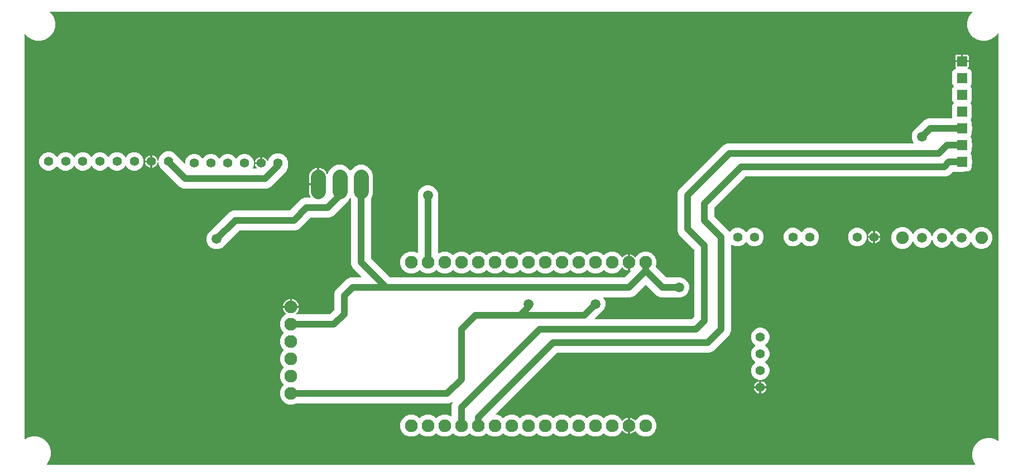
<source format=gbr>
G04 EAGLE Gerber RS-274X export*
G75*
%MOMM*%
%FSLAX34Y34*%
%LPD*%
%INTop Copper*%
%IPPOS*%
%AMOC8*
5,1,8,0,0,1.08239X$1,22.5*%
G01*
%ADD10C,1.930400*%
%ADD11C,1.508000*%
%ADD12C,1.905000*%
%ADD13C,1.408000*%
%ADD14R,1.508000X1.508000*%
%ADD15C,1.950000*%
%ADD16C,1.399000*%
%ADD17C,2.250000*%
%ADD18C,1.500000*%
%ADD19C,1.000000*%

G36*
X1451721Y10176D02*
X1451721Y10176D01*
X1451816Y10185D01*
X1451842Y10196D01*
X1451870Y10200D01*
X1451954Y10245D01*
X1452041Y10283D01*
X1452062Y10302D01*
X1452087Y10316D01*
X1452152Y10385D01*
X1452223Y10449D01*
X1452237Y10473D01*
X1452256Y10494D01*
X1452296Y10580D01*
X1452343Y10664D01*
X1452348Y10691D01*
X1452360Y10717D01*
X1452370Y10812D01*
X1452388Y10905D01*
X1452384Y10933D01*
X1452387Y10961D01*
X1452367Y11055D01*
X1452353Y11149D01*
X1452339Y11181D01*
X1452335Y11202D01*
X1452318Y11230D01*
X1452286Y11303D01*
X1449754Y15688D01*
X1448039Y22088D01*
X1448039Y28712D01*
X1449754Y35112D01*
X1453066Y40849D01*
X1457751Y45534D01*
X1463488Y48846D01*
X1469888Y50561D01*
X1476512Y50561D01*
X1482912Y48846D01*
X1487097Y46429D01*
X1487186Y46396D01*
X1487273Y46356D01*
X1487301Y46352D01*
X1487327Y46342D01*
X1487423Y46339D01*
X1487517Y46328D01*
X1487545Y46334D01*
X1487573Y46333D01*
X1487665Y46361D01*
X1487758Y46381D01*
X1487782Y46395D01*
X1487809Y46403D01*
X1487887Y46458D01*
X1487969Y46507D01*
X1487987Y46528D01*
X1488010Y46545D01*
X1488067Y46621D01*
X1488129Y46694D01*
X1488139Y46720D01*
X1488156Y46743D01*
X1488185Y46833D01*
X1488221Y46922D01*
X1488225Y46957D01*
X1488231Y46977D01*
X1488231Y47010D01*
X1488239Y47089D01*
X1488239Y664265D01*
X1488232Y664312D01*
X1488233Y664360D01*
X1488212Y664433D01*
X1488200Y664507D01*
X1488177Y664550D01*
X1488163Y664596D01*
X1488120Y664658D01*
X1488084Y664725D01*
X1488050Y664758D01*
X1488022Y664797D01*
X1487961Y664842D01*
X1487906Y664894D01*
X1487863Y664914D01*
X1487824Y664943D01*
X1487752Y664966D01*
X1487683Y664998D01*
X1487635Y665003D01*
X1487590Y665018D01*
X1487514Y665016D01*
X1487439Y665025D01*
X1487392Y665015D01*
X1487344Y665014D01*
X1487272Y664989D01*
X1487198Y664973D01*
X1487157Y664948D01*
X1487112Y664932D01*
X1487052Y664885D01*
X1486987Y664846D01*
X1486956Y664810D01*
X1486918Y664780D01*
X1486842Y664676D01*
X1486827Y664659D01*
X1486825Y664653D01*
X1486819Y664645D01*
X1485714Y662731D01*
X1481029Y658046D01*
X1475292Y654734D01*
X1468892Y653019D01*
X1462268Y653019D01*
X1455868Y654734D01*
X1450131Y658046D01*
X1445446Y662731D01*
X1442134Y668468D01*
X1440419Y674868D01*
X1440419Y681492D01*
X1442134Y687892D01*
X1445446Y693629D01*
X1448257Y696440D01*
X1448299Y696498D01*
X1448348Y696550D01*
X1448370Y696597D01*
X1448401Y696639D01*
X1448422Y696708D01*
X1448452Y696773D01*
X1448458Y696825D01*
X1448473Y696875D01*
X1448471Y696946D01*
X1448479Y697017D01*
X1448468Y697068D01*
X1448467Y697120D01*
X1448442Y697188D01*
X1448427Y697258D01*
X1448400Y697303D01*
X1448382Y697351D01*
X1448337Y697407D01*
X1448301Y697469D01*
X1448261Y697503D01*
X1448228Y697543D01*
X1448168Y697582D01*
X1448114Y697629D01*
X1448065Y697648D01*
X1448022Y697676D01*
X1447952Y697694D01*
X1447886Y697721D01*
X1447814Y697729D01*
X1447783Y697737D01*
X1447760Y697735D01*
X1447719Y697739D01*
X49611Y697739D01*
X49540Y697728D01*
X49469Y697726D01*
X49420Y697708D01*
X49368Y697700D01*
X49305Y697666D01*
X49238Y697641D01*
X49197Y697609D01*
X49151Y697584D01*
X49102Y697532D01*
X49046Y697488D01*
X49018Y697444D01*
X48982Y697406D01*
X48952Y697341D01*
X48913Y697281D01*
X48900Y697230D01*
X48878Y697183D01*
X48870Y697112D01*
X48853Y697042D01*
X48857Y696990D01*
X48851Y696939D01*
X48866Y696868D01*
X48872Y696797D01*
X48892Y696749D01*
X48903Y696698D01*
X48940Y696637D01*
X48968Y696571D01*
X49013Y696515D01*
X49029Y696487D01*
X49047Y696472D01*
X49073Y696440D01*
X51884Y693629D01*
X55196Y687892D01*
X56911Y681492D01*
X56911Y674868D01*
X55196Y668468D01*
X51884Y662731D01*
X47199Y658046D01*
X41462Y654734D01*
X35062Y653019D01*
X28438Y653019D01*
X22038Y654734D01*
X16301Y658046D01*
X11616Y662731D01*
X11581Y662792D01*
X11551Y662829D01*
X11528Y662871D01*
X11474Y662923D01*
X11426Y662982D01*
X11385Y663008D01*
X11350Y663041D01*
X11281Y663073D01*
X11217Y663113D01*
X11171Y663124D01*
X11127Y663144D01*
X11052Y663153D01*
X10978Y663170D01*
X10930Y663166D01*
X10883Y663171D01*
X10809Y663155D01*
X10733Y663149D01*
X10689Y663129D01*
X10642Y663119D01*
X10577Y663080D01*
X10508Y663050D01*
X10472Y663018D01*
X10431Y662993D01*
X10382Y662935D01*
X10326Y662885D01*
X10302Y662843D01*
X10271Y662806D01*
X10243Y662736D01*
X10206Y662670D01*
X10197Y662623D01*
X10179Y662578D01*
X10165Y662450D01*
X10161Y662428D01*
X10162Y662421D01*
X10161Y662411D01*
X10161Y49513D01*
X10176Y49419D01*
X10185Y49324D01*
X10196Y49298D01*
X10200Y49270D01*
X10245Y49186D01*
X10283Y49099D01*
X10302Y49078D01*
X10316Y49053D01*
X10385Y48988D01*
X10449Y48917D01*
X10473Y48903D01*
X10494Y48884D01*
X10580Y48844D01*
X10664Y48797D01*
X10691Y48792D01*
X10717Y48780D01*
X10812Y48770D01*
X10905Y48752D01*
X10933Y48756D01*
X10961Y48753D01*
X11055Y48773D01*
X11149Y48787D01*
X11181Y48801D01*
X11202Y48805D01*
X11230Y48822D01*
X11303Y48854D01*
X15688Y51386D01*
X22088Y53101D01*
X28712Y53101D01*
X35112Y51386D01*
X40849Y48074D01*
X45534Y43389D01*
X48846Y37652D01*
X50561Y31252D01*
X50561Y24628D01*
X48846Y18228D01*
X45534Y12491D01*
X44503Y11460D01*
X44461Y11402D01*
X44412Y11350D01*
X44390Y11303D01*
X44359Y11261D01*
X44338Y11192D01*
X44308Y11127D01*
X44302Y11075D01*
X44287Y11025D01*
X44289Y10954D01*
X44281Y10883D01*
X44292Y10832D01*
X44293Y10780D01*
X44318Y10712D01*
X44333Y10642D01*
X44360Y10597D01*
X44378Y10549D01*
X44423Y10493D01*
X44459Y10431D01*
X44499Y10397D01*
X44532Y10357D01*
X44592Y10318D01*
X44646Y10271D01*
X44695Y10252D01*
X44738Y10224D01*
X44808Y10206D01*
X44874Y10179D01*
X44946Y10171D01*
X44977Y10163D01*
X45000Y10165D01*
X45041Y10161D01*
X1451627Y10161D01*
X1451721Y10176D01*
G37*
%LPC*%
G36*
X593688Y52657D02*
X593688Y52657D01*
X587567Y55193D01*
X582883Y59877D01*
X580347Y65998D01*
X580347Y72622D01*
X582883Y78743D01*
X587567Y83427D01*
X593688Y85963D01*
X600312Y85963D01*
X606433Y83427D01*
X609162Y80699D01*
X609178Y80687D01*
X609190Y80672D01*
X609278Y80615D01*
X609361Y80555D01*
X609380Y80549D01*
X609397Y80539D01*
X609498Y80513D01*
X609597Y80483D01*
X609616Y80483D01*
X609636Y80479D01*
X609739Y80487D01*
X609842Y80489D01*
X609861Y80496D01*
X609881Y80498D01*
X609976Y80538D01*
X610073Y80574D01*
X610089Y80586D01*
X610107Y80594D01*
X610238Y80699D01*
X612967Y83427D01*
X619088Y85963D01*
X625712Y85963D01*
X631833Y83427D01*
X634562Y80699D01*
X634578Y80687D01*
X634590Y80672D01*
X634678Y80615D01*
X634761Y80555D01*
X634780Y80549D01*
X634797Y80539D01*
X634898Y80513D01*
X634997Y80483D01*
X635016Y80483D01*
X635036Y80479D01*
X635139Y80487D01*
X635242Y80489D01*
X635261Y80496D01*
X635281Y80498D01*
X635376Y80538D01*
X635473Y80574D01*
X635489Y80586D01*
X635507Y80594D01*
X635638Y80699D01*
X638367Y83427D01*
X644488Y85963D01*
X651112Y85963D01*
X656987Y83530D01*
X657031Y83519D01*
X657073Y83500D01*
X657150Y83491D01*
X657226Y83473D01*
X657272Y83478D01*
X657317Y83473D01*
X657394Y83489D01*
X657471Y83496D01*
X657513Y83515D01*
X657558Y83525D01*
X657625Y83565D01*
X657696Y83596D01*
X657730Y83628D01*
X657769Y83651D01*
X657820Y83710D01*
X657877Y83763D01*
X657899Y83803D01*
X657929Y83838D01*
X657958Y83910D01*
X657995Y83978D01*
X658004Y84024D01*
X658021Y84066D01*
X658036Y84202D01*
X658039Y84220D01*
X658038Y84225D01*
X658039Y84233D01*
X658039Y100118D01*
X659561Y103793D01*
X659578Y103862D01*
X659603Y103929D01*
X659606Y103981D01*
X659618Y104032D01*
X659611Y104103D01*
X659614Y104175D01*
X659599Y104225D01*
X659594Y104277D01*
X659565Y104342D01*
X659545Y104411D01*
X659516Y104454D01*
X659494Y104502D01*
X659446Y104554D01*
X659405Y104613D01*
X659363Y104644D01*
X659328Y104683D01*
X659265Y104717D01*
X659208Y104760D01*
X659158Y104776D01*
X659113Y104801D01*
X659042Y104814D01*
X658974Y104836D01*
X658922Y104836D01*
X658871Y104845D01*
X658800Y104835D01*
X658728Y104834D01*
X658659Y104814D01*
X658627Y104809D01*
X658606Y104799D01*
X658567Y104787D01*
X654806Y103229D01*
X421902Y103229D01*
X421837Y103219D01*
X421772Y103218D01*
X421692Y103195D01*
X421659Y103190D01*
X421642Y103180D01*
X421611Y103171D01*
X417912Y101639D01*
X411248Y101639D01*
X405091Y104189D01*
X400379Y108901D01*
X397829Y115058D01*
X397829Y121722D01*
X400379Y127879D01*
X403453Y130952D01*
X403464Y130968D01*
X403480Y130980D01*
X403536Y131068D01*
X403596Y131151D01*
X403602Y131170D01*
X403613Y131187D01*
X403638Y131288D01*
X403669Y131387D01*
X403668Y131406D01*
X403673Y131426D01*
X403665Y131529D01*
X403662Y131632D01*
X403655Y131651D01*
X403654Y131671D01*
X403613Y131766D01*
X403578Y131863D01*
X403565Y131879D01*
X403557Y131897D01*
X403453Y132028D01*
X400379Y135101D01*
X397829Y141258D01*
X397829Y147922D01*
X400379Y154079D01*
X403453Y157152D01*
X403464Y157168D01*
X403480Y157180D01*
X403536Y157268D01*
X403596Y157351D01*
X403602Y157370D01*
X403613Y157387D01*
X403638Y157488D01*
X403669Y157587D01*
X403668Y157606D01*
X403673Y157626D01*
X403665Y157729D01*
X403662Y157832D01*
X403655Y157851D01*
X403654Y157871D01*
X403613Y157966D01*
X403578Y158063D01*
X403565Y158079D01*
X403557Y158097D01*
X403453Y158228D01*
X400379Y161301D01*
X397829Y167458D01*
X397829Y174122D01*
X400379Y180279D01*
X403453Y183352D01*
X403464Y183368D01*
X403480Y183380D01*
X403536Y183468D01*
X403596Y183551D01*
X403602Y183570D01*
X403613Y183587D01*
X403638Y183688D01*
X403669Y183787D01*
X403668Y183806D01*
X403673Y183826D01*
X403665Y183929D01*
X403662Y184032D01*
X403655Y184051D01*
X403654Y184071D01*
X403613Y184166D01*
X403578Y184263D01*
X403565Y184279D01*
X403557Y184297D01*
X403453Y184428D01*
X400379Y187501D01*
X397829Y193658D01*
X397829Y200322D01*
X400379Y206479D01*
X403453Y209552D01*
X403464Y209568D01*
X403480Y209580D01*
X403536Y209668D01*
X403596Y209751D01*
X403602Y209770D01*
X403613Y209787D01*
X403638Y209888D01*
X403669Y209987D01*
X403668Y210006D01*
X403673Y210026D01*
X403665Y210129D01*
X403662Y210232D01*
X403655Y210251D01*
X403654Y210271D01*
X403613Y210366D01*
X403578Y210463D01*
X403565Y210479D01*
X403557Y210497D01*
X403453Y210628D01*
X400379Y213701D01*
X397829Y219858D01*
X397829Y226522D01*
X400379Y232679D01*
X405091Y237391D01*
X407080Y238214D01*
X407170Y238270D01*
X407261Y238321D01*
X407274Y238334D01*
X407289Y238344D01*
X407356Y238425D01*
X407427Y238503D01*
X407434Y238519D01*
X407446Y238533D01*
X407484Y238632D01*
X407526Y238728D01*
X407528Y238746D01*
X407534Y238763D01*
X407539Y238868D01*
X407548Y238973D01*
X407544Y238991D01*
X407545Y239009D01*
X407515Y239110D01*
X407491Y239212D01*
X407481Y239228D01*
X407476Y239245D01*
X407416Y239331D01*
X407360Y239421D01*
X407344Y239436D01*
X407336Y239447D01*
X407310Y239466D01*
X407236Y239533D01*
X406573Y240015D01*
X405205Y241383D01*
X404068Y242948D01*
X403190Y244672D01*
X402592Y246512D01*
X402377Y247867D01*
X413818Y247867D01*
X413838Y247870D01*
X413857Y247868D01*
X413959Y247890D01*
X414061Y247907D01*
X414078Y247916D01*
X414098Y247920D01*
X414187Y247973D01*
X414278Y248022D01*
X414292Y248036D01*
X414309Y248046D01*
X414376Y248125D01*
X414447Y248200D01*
X414456Y248218D01*
X414469Y248233D01*
X414507Y248329D01*
X414551Y248423D01*
X414553Y248443D01*
X414561Y248461D01*
X414579Y248628D01*
X414579Y249391D01*
X414581Y249391D01*
X414581Y248628D01*
X414584Y248608D01*
X414582Y248589D01*
X414604Y248487D01*
X414621Y248385D01*
X414630Y248368D01*
X414634Y248348D01*
X414687Y248259D01*
X414736Y248168D01*
X414750Y248154D01*
X414760Y248137D01*
X414839Y248070D01*
X414914Y247999D01*
X414932Y247990D01*
X414947Y247977D01*
X415043Y247938D01*
X415137Y247895D01*
X415157Y247893D01*
X415175Y247885D01*
X415342Y247867D01*
X426783Y247867D01*
X426568Y246512D01*
X425970Y244672D01*
X425092Y242948D01*
X423955Y241383D01*
X422587Y240015D01*
X422191Y239728D01*
X422186Y239722D01*
X422179Y239718D01*
X422099Y239635D01*
X422018Y239553D01*
X422015Y239546D01*
X422009Y239540D01*
X421961Y239435D01*
X421910Y239332D01*
X421909Y239324D01*
X421906Y239317D01*
X421893Y239203D01*
X421878Y239088D01*
X421879Y239080D01*
X421879Y239073D01*
X421903Y238960D01*
X421925Y238847D01*
X421929Y238840D01*
X421931Y238832D01*
X421990Y238734D01*
X422047Y238633D01*
X422053Y238628D01*
X422057Y238621D01*
X422145Y238546D01*
X422231Y238470D01*
X422238Y238466D01*
X422244Y238461D01*
X422351Y238418D01*
X422457Y238373D01*
X422465Y238372D01*
X422472Y238369D01*
X422639Y238351D01*
X473135Y238351D01*
X473225Y238365D01*
X473316Y238373D01*
X473346Y238385D01*
X473378Y238390D01*
X473458Y238433D01*
X473542Y238469D01*
X473574Y238495D01*
X473595Y238506D01*
X473617Y238529D01*
X473673Y238574D01*
X479916Y244817D01*
X479969Y244891D01*
X480029Y244960D01*
X480041Y244990D01*
X480060Y245017D01*
X480087Y245104D01*
X480121Y245188D01*
X480125Y245229D01*
X480132Y245252D01*
X480131Y245284D01*
X480139Y245355D01*
X480139Y269716D01*
X482447Y275288D01*
X486819Y279660D01*
X499412Y292253D01*
X504984Y294561D01*
X520361Y294561D01*
X520432Y294572D01*
X520503Y294574D01*
X520552Y294592D01*
X520604Y294600D01*
X520667Y294634D01*
X520734Y294659D01*
X520775Y294691D01*
X520821Y294716D01*
X520870Y294768D01*
X520926Y294812D01*
X520955Y294856D01*
X520990Y294894D01*
X521021Y294959D01*
X521059Y295019D01*
X521072Y295070D01*
X521094Y295117D01*
X521102Y295188D01*
X521119Y295258D01*
X521115Y295310D01*
X521121Y295361D01*
X521106Y295432D01*
X521100Y295503D01*
X521080Y295551D01*
X521069Y295602D01*
X521032Y295663D01*
X521004Y295729D01*
X520959Y295785D01*
X520943Y295813D01*
X520925Y295828D01*
X520899Y295860D01*
X512449Y304310D01*
X508077Y308682D01*
X505769Y314254D01*
X505769Y413395D01*
X505755Y413485D01*
X505747Y413576D01*
X505735Y413606D01*
X505730Y413638D01*
X505687Y413718D01*
X505651Y413802D01*
X505625Y413834D01*
X505614Y413855D01*
X505591Y413877D01*
X505546Y413933D01*
X505458Y414022D01*
X505383Y414202D01*
X505345Y414263D01*
X505316Y414328D01*
X505281Y414366D01*
X505254Y414411D01*
X505198Y414456D01*
X505150Y414509D01*
X505104Y414534D01*
X505064Y414568D01*
X504997Y414593D01*
X504934Y414628D01*
X504883Y414637D01*
X504835Y414656D01*
X504763Y414659D01*
X504692Y414671D01*
X504641Y414664D01*
X504589Y414666D01*
X504520Y414646D01*
X504449Y414636D01*
X504403Y414612D01*
X504353Y414598D01*
X504294Y414557D01*
X504230Y414524D01*
X504193Y414487D01*
X504151Y414457D01*
X504108Y414400D01*
X504058Y414349D01*
X504023Y414286D01*
X504004Y414260D01*
X503997Y414238D01*
X503977Y414202D01*
X503902Y414022D01*
X502387Y412506D01*
X502349Y412453D01*
X502303Y412406D01*
X502262Y412333D01*
X502243Y412307D01*
X502238Y412288D01*
X502222Y412259D01*
X501283Y409992D01*
X478488Y387197D01*
X472916Y384889D01*
X444745Y384889D01*
X444655Y384875D01*
X444564Y384867D01*
X444534Y384855D01*
X444502Y384850D01*
X444422Y384807D01*
X444338Y384771D01*
X444306Y384745D01*
X444285Y384734D01*
X444263Y384711D01*
X444207Y384666D01*
X427688Y368147D01*
X422116Y365839D01*
X336795Y365839D01*
X336705Y365825D01*
X336614Y365817D01*
X336584Y365805D01*
X336552Y365800D01*
X336472Y365757D01*
X336388Y365721D01*
X336356Y365695D01*
X336335Y365684D01*
X336313Y365661D01*
X336257Y365616D01*
X310277Y339637D01*
X304705Y337329D01*
X298674Y337329D01*
X293102Y339637D01*
X288837Y343902D01*
X286529Y349474D01*
X286529Y355505D01*
X288837Y361077D01*
X321612Y393853D01*
X327184Y396161D01*
X412505Y396161D01*
X412595Y396175D01*
X412686Y396183D01*
X412716Y396195D01*
X412748Y396200D01*
X412828Y396243D01*
X412912Y396279D01*
X412944Y396305D01*
X412965Y396316D01*
X412987Y396339D01*
X413043Y396384D01*
X429562Y412903D01*
X435134Y415211D01*
X444037Y415211D01*
X444049Y415213D01*
X444061Y415211D01*
X444170Y415232D01*
X444280Y415250D01*
X444290Y415256D01*
X444302Y415258D01*
X444399Y415313D01*
X444497Y415366D01*
X444505Y415374D01*
X444516Y415380D01*
X444590Y415463D01*
X444667Y415544D01*
X444672Y415555D01*
X444680Y415564D01*
X444723Y415666D01*
X444770Y415767D01*
X444771Y415779D01*
X444776Y415790D01*
X444785Y415901D01*
X444797Y416011D01*
X444795Y416023D01*
X444796Y416035D01*
X444769Y416143D01*
X444745Y416252D01*
X444739Y416262D01*
X444736Y416274D01*
X444653Y416419D01*
X444135Y417132D01*
X443150Y419066D01*
X442479Y421131D01*
X442139Y423275D01*
X442139Y434087D01*
X455168Y434087D01*
X455188Y434090D01*
X455207Y434088D01*
X455309Y434110D01*
X455411Y434127D01*
X455428Y434136D01*
X455448Y434140D01*
X455537Y434193D01*
X455628Y434242D01*
X455642Y434256D01*
X455659Y434266D01*
X455726Y434345D01*
X455797Y434420D01*
X455806Y434438D01*
X455819Y434453D01*
X455857Y434549D01*
X455901Y434643D01*
X455903Y434663D01*
X455911Y434681D01*
X455929Y434848D01*
X455929Y435611D01*
X456692Y435611D01*
X456712Y435614D01*
X456731Y435612D01*
X456833Y435634D01*
X456935Y435651D01*
X456952Y435660D01*
X456972Y435664D01*
X457061Y435717D01*
X457152Y435766D01*
X457166Y435780D01*
X457183Y435790D01*
X457250Y435869D01*
X457321Y435944D01*
X457330Y435962D01*
X457343Y435977D01*
X457382Y436073D01*
X457425Y436167D01*
X457427Y436187D01*
X457435Y436205D01*
X457453Y436372D01*
X457453Y460581D01*
X459159Y460311D01*
X461224Y459640D01*
X463158Y458655D01*
X464914Y457379D01*
X466449Y455844D01*
X467725Y454088D01*
X468710Y452154D01*
X469021Y451197D01*
X469068Y451107D01*
X469109Y451014D01*
X469124Y450998D01*
X469134Y450978D01*
X469207Y450908D01*
X469275Y450833D01*
X469295Y450822D01*
X469311Y450807D01*
X469402Y450763D01*
X469491Y450714D01*
X469513Y450711D01*
X469533Y450701D01*
X469633Y450689D01*
X469733Y450671D01*
X469755Y450674D01*
X469777Y450671D01*
X469876Y450692D01*
X469976Y450707D01*
X469996Y450717D01*
X470018Y450721D01*
X470105Y450772D01*
X470196Y450818D01*
X470211Y450834D01*
X470230Y450845D01*
X470297Y450921D01*
X470368Y450994D01*
X470381Y451018D01*
X470392Y451030D01*
X470405Y451060D01*
X470449Y451141D01*
X472958Y457198D01*
X478092Y462332D01*
X484800Y465111D01*
X492060Y465111D01*
X498768Y462332D01*
X503902Y457198D01*
X503977Y457018D01*
X504014Y456957D01*
X504044Y456892D01*
X504079Y456854D01*
X504106Y456809D01*
X504162Y456764D01*
X504210Y456711D01*
X504256Y456686D01*
X504296Y456653D01*
X504363Y456627D01*
X504426Y456592D01*
X504477Y456583D01*
X504525Y456564D01*
X504597Y456561D01*
X504668Y456549D01*
X504719Y456556D01*
X504771Y456554D01*
X504840Y456574D01*
X504911Y456584D01*
X504957Y456608D01*
X505007Y456622D01*
X505066Y456663D01*
X505130Y456696D01*
X505167Y456733D01*
X505209Y456763D01*
X505252Y456820D01*
X505302Y456871D01*
X505337Y456934D01*
X505356Y456960D01*
X505363Y456982D01*
X505383Y457018D01*
X505458Y457198D01*
X510592Y462332D01*
X517300Y465111D01*
X524560Y465111D01*
X531268Y462332D01*
X536402Y457198D01*
X539181Y450490D01*
X539181Y420730D01*
X536402Y414022D01*
X536314Y413933D01*
X536261Y413859D01*
X536201Y413790D01*
X536189Y413760D01*
X536170Y413734D01*
X536143Y413646D01*
X536109Y413562D01*
X536105Y413521D01*
X536098Y413499D01*
X536099Y413466D01*
X536091Y413395D01*
X536091Y323865D01*
X536105Y323775D01*
X536113Y323684D01*
X536125Y323654D01*
X536130Y323622D01*
X536173Y323542D01*
X536209Y323458D01*
X536235Y323426D01*
X536246Y323405D01*
X536269Y323383D01*
X536314Y323327D01*
X564857Y294784D01*
X564931Y294731D01*
X565000Y294671D01*
X565030Y294659D01*
X565057Y294640D01*
X565144Y294613D01*
X565228Y294579D01*
X565269Y294575D01*
X565292Y294568D01*
X565324Y294569D01*
X565395Y294561D01*
X920505Y294561D01*
X920595Y294575D01*
X920686Y294583D01*
X920716Y294595D01*
X920748Y294600D01*
X920828Y294643D01*
X920912Y294679D01*
X920944Y294705D01*
X920965Y294716D01*
X920987Y294739D01*
X921043Y294784D01*
X929969Y303710D01*
X929974Y303716D01*
X929980Y303721D01*
X930046Y303817D01*
X930113Y303909D01*
X930115Y303917D01*
X930120Y303924D01*
X930151Y304035D01*
X930185Y304144D01*
X930185Y304152D01*
X930187Y304160D01*
X930182Y304275D01*
X930179Y304390D01*
X930176Y304398D01*
X930175Y304406D01*
X930134Y304513D01*
X930094Y304621D01*
X930089Y304628D01*
X930086Y304635D01*
X930012Y304723D01*
X929940Y304813D01*
X929934Y304818D01*
X929929Y304824D01*
X929830Y304884D01*
X929734Y304946D01*
X929726Y304948D01*
X929719Y304952D01*
X929606Y304978D01*
X929495Y305006D01*
X929487Y305006D01*
X929479Y305008D01*
X929312Y305000D01*
X928723Y304907D01*
X928723Y316248D01*
X928720Y316268D01*
X928722Y316287D01*
X928700Y316389D01*
X928683Y316491D01*
X928674Y316508D01*
X928670Y316528D01*
X928617Y316617D01*
X928568Y316708D01*
X928554Y316722D01*
X928544Y316739D01*
X928465Y316806D01*
X928390Y316877D01*
X928372Y316886D01*
X928357Y316899D01*
X928261Y316937D01*
X928167Y316981D01*
X928147Y316983D01*
X928129Y316991D01*
X927962Y317009D01*
X926438Y317009D01*
X926418Y317006D01*
X926399Y317008D01*
X926297Y316986D01*
X926195Y316969D01*
X926178Y316960D01*
X926158Y316956D01*
X926069Y316903D01*
X925978Y316854D01*
X925964Y316840D01*
X925947Y316830D01*
X925880Y316751D01*
X925809Y316676D01*
X925800Y316658D01*
X925787Y316643D01*
X925748Y316547D01*
X925705Y316453D01*
X925703Y316433D01*
X925695Y316415D01*
X925677Y316248D01*
X925677Y304907D01*
X924345Y305117D01*
X922520Y305711D01*
X920810Y306582D01*
X919257Y307710D01*
X917900Y309067D01*
X917829Y309164D01*
X917754Y309238D01*
X917683Y309316D01*
X917668Y309324D01*
X917655Y309337D01*
X917560Y309383D01*
X917468Y309434D01*
X917450Y309437D01*
X917434Y309445D01*
X917330Y309459D01*
X917226Y309478D01*
X917208Y309475D01*
X917190Y309478D01*
X917087Y309457D01*
X916983Y309442D01*
X916966Y309434D01*
X916949Y309430D01*
X916857Y309378D01*
X916763Y309331D01*
X916751Y309318D01*
X916735Y309309D01*
X916665Y309230D01*
X916591Y309155D01*
X916580Y309135D01*
X916571Y309125D01*
X916559Y309096D01*
X916510Y309008D01*
X915917Y307577D01*
X911233Y302893D01*
X905112Y300357D01*
X898488Y300357D01*
X892367Y302893D01*
X889638Y305621D01*
X889622Y305633D01*
X889610Y305648D01*
X889522Y305704D01*
X889439Y305765D01*
X889420Y305771D01*
X889403Y305781D01*
X889302Y305807D01*
X889203Y305837D01*
X889184Y305837D01*
X889164Y305841D01*
X889061Y305833D01*
X888958Y305831D01*
X888939Y305824D01*
X888919Y305822D01*
X888824Y305782D01*
X888727Y305746D01*
X888711Y305734D01*
X888693Y305726D01*
X888562Y305621D01*
X885833Y302893D01*
X879712Y300357D01*
X873088Y300357D01*
X866967Y302893D01*
X864238Y305621D01*
X864222Y305633D01*
X864210Y305648D01*
X864122Y305704D01*
X864039Y305765D01*
X864020Y305771D01*
X864003Y305781D01*
X863902Y305807D01*
X863803Y305837D01*
X863784Y305837D01*
X863764Y305841D01*
X863661Y305833D01*
X863558Y305831D01*
X863539Y305824D01*
X863519Y305822D01*
X863424Y305782D01*
X863327Y305746D01*
X863311Y305734D01*
X863293Y305726D01*
X863162Y305621D01*
X860433Y302893D01*
X854312Y300357D01*
X847688Y300357D01*
X841567Y302893D01*
X838838Y305621D01*
X838822Y305633D01*
X838810Y305648D01*
X838722Y305704D01*
X838639Y305765D01*
X838620Y305771D01*
X838603Y305781D01*
X838502Y305807D01*
X838403Y305837D01*
X838384Y305837D01*
X838364Y305841D01*
X838261Y305833D01*
X838158Y305831D01*
X838139Y305824D01*
X838119Y305822D01*
X838024Y305782D01*
X837927Y305746D01*
X837911Y305734D01*
X837893Y305726D01*
X837762Y305621D01*
X835033Y302893D01*
X828912Y300357D01*
X822288Y300357D01*
X816167Y302893D01*
X813438Y305621D01*
X813422Y305633D01*
X813410Y305648D01*
X813322Y305704D01*
X813239Y305765D01*
X813220Y305771D01*
X813203Y305781D01*
X813102Y305807D01*
X813003Y305837D01*
X812984Y305837D01*
X812964Y305841D01*
X812861Y305833D01*
X812758Y305831D01*
X812739Y305824D01*
X812719Y305822D01*
X812624Y305782D01*
X812527Y305746D01*
X812511Y305734D01*
X812493Y305726D01*
X812362Y305621D01*
X809633Y302893D01*
X803512Y300357D01*
X796888Y300357D01*
X790767Y302893D01*
X788038Y305621D01*
X788022Y305633D01*
X788010Y305648D01*
X787922Y305704D01*
X787839Y305765D01*
X787820Y305771D01*
X787803Y305781D01*
X787702Y305807D01*
X787603Y305837D01*
X787584Y305837D01*
X787564Y305841D01*
X787461Y305833D01*
X787358Y305831D01*
X787339Y305824D01*
X787319Y305822D01*
X787224Y305782D01*
X787127Y305746D01*
X787111Y305734D01*
X787093Y305726D01*
X786962Y305621D01*
X784233Y302893D01*
X778112Y300357D01*
X771488Y300357D01*
X765367Y302893D01*
X762638Y305621D01*
X762622Y305633D01*
X762610Y305648D01*
X762522Y305704D01*
X762439Y305765D01*
X762420Y305771D01*
X762403Y305781D01*
X762302Y305807D01*
X762203Y305837D01*
X762184Y305837D01*
X762164Y305841D01*
X762061Y305833D01*
X761958Y305831D01*
X761939Y305824D01*
X761919Y305822D01*
X761824Y305782D01*
X761727Y305746D01*
X761711Y305734D01*
X761693Y305726D01*
X761562Y305621D01*
X758833Y302893D01*
X752712Y300357D01*
X746088Y300357D01*
X739967Y302893D01*
X737238Y305621D01*
X737222Y305633D01*
X737210Y305648D01*
X737122Y305704D01*
X737039Y305765D01*
X737020Y305771D01*
X737003Y305781D01*
X736902Y305807D01*
X736803Y305837D01*
X736784Y305837D01*
X736764Y305841D01*
X736661Y305833D01*
X736558Y305831D01*
X736539Y305824D01*
X736519Y305822D01*
X736424Y305782D01*
X736327Y305746D01*
X736311Y305734D01*
X736293Y305726D01*
X736162Y305621D01*
X733433Y302893D01*
X727312Y300357D01*
X720688Y300357D01*
X714567Y302893D01*
X711838Y305621D01*
X711822Y305633D01*
X711810Y305648D01*
X711722Y305704D01*
X711639Y305765D01*
X711620Y305771D01*
X711603Y305781D01*
X711502Y305807D01*
X711403Y305837D01*
X711384Y305837D01*
X711364Y305841D01*
X711261Y305833D01*
X711158Y305831D01*
X711139Y305824D01*
X711119Y305822D01*
X711024Y305782D01*
X710927Y305746D01*
X710911Y305734D01*
X710893Y305726D01*
X710762Y305621D01*
X708033Y302893D01*
X701912Y300357D01*
X695288Y300357D01*
X689167Y302893D01*
X686438Y305621D01*
X686422Y305633D01*
X686410Y305648D01*
X686322Y305704D01*
X686239Y305765D01*
X686220Y305771D01*
X686203Y305781D01*
X686102Y305807D01*
X686003Y305837D01*
X685984Y305837D01*
X685964Y305841D01*
X685861Y305833D01*
X685758Y305831D01*
X685739Y305824D01*
X685719Y305822D01*
X685624Y305782D01*
X685527Y305746D01*
X685511Y305734D01*
X685493Y305726D01*
X685362Y305621D01*
X682633Y302893D01*
X676512Y300357D01*
X669888Y300357D01*
X663767Y302893D01*
X661038Y305621D01*
X661022Y305633D01*
X661010Y305648D01*
X660922Y305704D01*
X660839Y305765D01*
X660820Y305771D01*
X660803Y305781D01*
X660702Y305807D01*
X660603Y305837D01*
X660584Y305837D01*
X660564Y305841D01*
X660461Y305833D01*
X660358Y305831D01*
X660339Y305824D01*
X660319Y305822D01*
X660224Y305782D01*
X660127Y305746D01*
X660111Y305734D01*
X660093Y305726D01*
X659962Y305621D01*
X657233Y302893D01*
X651112Y300357D01*
X644488Y300357D01*
X638367Y302893D01*
X635638Y305621D01*
X635622Y305633D01*
X635610Y305648D01*
X635522Y305704D01*
X635439Y305765D01*
X635420Y305771D01*
X635403Y305781D01*
X635302Y305807D01*
X635203Y305837D01*
X635184Y305837D01*
X635164Y305841D01*
X635061Y305833D01*
X634958Y305831D01*
X634939Y305824D01*
X634919Y305822D01*
X634824Y305782D01*
X634727Y305746D01*
X634711Y305734D01*
X634693Y305726D01*
X634562Y305621D01*
X631833Y302893D01*
X625712Y300357D01*
X619088Y300357D01*
X612967Y302893D01*
X610238Y305621D01*
X610222Y305633D01*
X610210Y305648D01*
X610122Y305704D01*
X610039Y305765D01*
X610020Y305771D01*
X610003Y305781D01*
X609902Y305807D01*
X609803Y305837D01*
X609784Y305837D01*
X609764Y305841D01*
X609661Y305833D01*
X609558Y305831D01*
X609539Y305824D01*
X609519Y305822D01*
X609424Y305782D01*
X609327Y305746D01*
X609311Y305734D01*
X609293Y305726D01*
X609162Y305621D01*
X606433Y302893D01*
X600312Y300357D01*
X593688Y300357D01*
X587567Y302893D01*
X582883Y307577D01*
X580347Y313698D01*
X580347Y320322D01*
X582883Y326443D01*
X587567Y331127D01*
X593688Y333663D01*
X600312Y333663D01*
X606087Y331271D01*
X606131Y331260D01*
X606173Y331241D01*
X606250Y331233D01*
X606326Y331215D01*
X606372Y331219D01*
X606417Y331214D01*
X606494Y331231D01*
X606571Y331238D01*
X606613Y331257D01*
X606658Y331266D01*
X606725Y331306D01*
X606796Y331338D01*
X606830Y331369D01*
X606869Y331392D01*
X606920Y331452D01*
X606977Y331504D01*
X606999Y331544D01*
X607029Y331579D01*
X607058Y331652D01*
X607095Y331720D01*
X607104Y331765D01*
X607121Y331808D01*
X607136Y331943D01*
X607139Y331962D01*
X607138Y331967D01*
X607139Y331974D01*
X607139Y422116D01*
X609447Y427688D01*
X613712Y431953D01*
X619284Y434261D01*
X625316Y434261D01*
X630888Y431953D01*
X635153Y427688D01*
X637461Y422116D01*
X637461Y331891D01*
X637468Y331846D01*
X637466Y331800D01*
X637488Y331725D01*
X637500Y331649D01*
X637522Y331608D01*
X637535Y331564D01*
X637579Y331500D01*
X637616Y331431D01*
X637649Y331400D01*
X637675Y331362D01*
X637738Y331315D01*
X637794Y331262D01*
X637836Y331243D01*
X637872Y331215D01*
X637946Y331191D01*
X638017Y331158D01*
X638063Y331153D01*
X638106Y331139D01*
X638184Y331140D01*
X638261Y331131D01*
X638306Y331141D01*
X638352Y331141D01*
X638484Y331179D01*
X638502Y331183D01*
X638506Y331186D01*
X638513Y331188D01*
X644488Y333663D01*
X651112Y333663D01*
X657233Y331127D01*
X659962Y328399D01*
X659978Y328387D01*
X659990Y328372D01*
X660078Y328315D01*
X660161Y328255D01*
X660180Y328249D01*
X660197Y328239D01*
X660298Y328213D01*
X660397Y328183D01*
X660416Y328183D01*
X660436Y328179D01*
X660539Y328187D01*
X660642Y328189D01*
X660661Y328196D01*
X660681Y328198D01*
X660776Y328238D01*
X660873Y328274D01*
X660889Y328286D01*
X660907Y328294D01*
X661038Y328399D01*
X663767Y331127D01*
X669888Y333663D01*
X676512Y333663D01*
X682633Y331127D01*
X685362Y328399D01*
X685378Y328387D01*
X685390Y328372D01*
X685478Y328315D01*
X685561Y328255D01*
X685580Y328249D01*
X685597Y328239D01*
X685698Y328213D01*
X685797Y328183D01*
X685816Y328183D01*
X685836Y328179D01*
X685939Y328187D01*
X686042Y328189D01*
X686061Y328196D01*
X686081Y328198D01*
X686176Y328238D01*
X686273Y328274D01*
X686289Y328286D01*
X686307Y328294D01*
X686438Y328399D01*
X689167Y331127D01*
X695288Y333663D01*
X701912Y333663D01*
X708033Y331127D01*
X710762Y328399D01*
X710778Y328387D01*
X710790Y328372D01*
X710878Y328315D01*
X710961Y328255D01*
X710980Y328249D01*
X710997Y328239D01*
X711098Y328213D01*
X711197Y328183D01*
X711216Y328183D01*
X711236Y328179D01*
X711339Y328187D01*
X711442Y328189D01*
X711461Y328196D01*
X711481Y328198D01*
X711576Y328238D01*
X711673Y328274D01*
X711689Y328286D01*
X711707Y328294D01*
X711838Y328399D01*
X714567Y331127D01*
X720688Y333663D01*
X727312Y333663D01*
X733433Y331127D01*
X736162Y328399D01*
X736178Y328387D01*
X736190Y328372D01*
X736278Y328315D01*
X736361Y328255D01*
X736380Y328249D01*
X736397Y328239D01*
X736498Y328213D01*
X736597Y328183D01*
X736616Y328183D01*
X736636Y328179D01*
X736739Y328187D01*
X736842Y328189D01*
X736861Y328196D01*
X736881Y328198D01*
X736976Y328238D01*
X737073Y328274D01*
X737089Y328286D01*
X737107Y328294D01*
X737238Y328399D01*
X739967Y331127D01*
X746088Y333663D01*
X752712Y333663D01*
X758833Y331127D01*
X761562Y328399D01*
X761578Y328387D01*
X761590Y328372D01*
X761678Y328315D01*
X761761Y328255D01*
X761780Y328249D01*
X761797Y328239D01*
X761898Y328213D01*
X761997Y328183D01*
X762016Y328183D01*
X762036Y328179D01*
X762139Y328187D01*
X762242Y328189D01*
X762261Y328196D01*
X762281Y328198D01*
X762376Y328238D01*
X762473Y328274D01*
X762489Y328286D01*
X762507Y328294D01*
X762638Y328399D01*
X765367Y331127D01*
X771488Y333663D01*
X778112Y333663D01*
X784233Y331127D01*
X786962Y328399D01*
X786978Y328387D01*
X786990Y328372D01*
X787078Y328315D01*
X787161Y328255D01*
X787180Y328249D01*
X787197Y328239D01*
X787298Y328213D01*
X787397Y328183D01*
X787416Y328183D01*
X787436Y328179D01*
X787539Y328187D01*
X787642Y328189D01*
X787661Y328196D01*
X787681Y328198D01*
X787776Y328238D01*
X787873Y328274D01*
X787889Y328286D01*
X787907Y328294D01*
X788038Y328399D01*
X790767Y331127D01*
X796888Y333663D01*
X803512Y333663D01*
X809633Y331127D01*
X812362Y328399D01*
X812378Y328387D01*
X812390Y328372D01*
X812478Y328315D01*
X812561Y328255D01*
X812580Y328249D01*
X812597Y328239D01*
X812698Y328213D01*
X812797Y328183D01*
X812816Y328183D01*
X812836Y328179D01*
X812939Y328187D01*
X813042Y328189D01*
X813061Y328196D01*
X813081Y328198D01*
X813176Y328238D01*
X813273Y328274D01*
X813289Y328286D01*
X813307Y328294D01*
X813438Y328399D01*
X816167Y331127D01*
X822288Y333663D01*
X828912Y333663D01*
X835033Y331127D01*
X837762Y328399D01*
X837778Y328387D01*
X837790Y328372D01*
X837878Y328315D01*
X837961Y328255D01*
X837980Y328249D01*
X837997Y328239D01*
X838098Y328213D01*
X838197Y328183D01*
X838216Y328183D01*
X838236Y328179D01*
X838339Y328187D01*
X838442Y328189D01*
X838461Y328196D01*
X838481Y328198D01*
X838576Y328238D01*
X838673Y328274D01*
X838689Y328286D01*
X838707Y328294D01*
X838838Y328399D01*
X841567Y331127D01*
X847688Y333663D01*
X854312Y333663D01*
X860433Y331127D01*
X863162Y328399D01*
X863178Y328387D01*
X863190Y328372D01*
X863278Y328315D01*
X863361Y328255D01*
X863380Y328249D01*
X863397Y328239D01*
X863498Y328213D01*
X863597Y328183D01*
X863616Y328183D01*
X863636Y328179D01*
X863739Y328187D01*
X863842Y328189D01*
X863861Y328196D01*
X863881Y328198D01*
X863976Y328238D01*
X864073Y328274D01*
X864089Y328286D01*
X864107Y328294D01*
X864238Y328399D01*
X866967Y331127D01*
X873088Y333663D01*
X879712Y333663D01*
X885833Y331127D01*
X888562Y328399D01*
X888578Y328387D01*
X888590Y328372D01*
X888678Y328315D01*
X888761Y328255D01*
X888780Y328249D01*
X888797Y328239D01*
X888898Y328213D01*
X888997Y328183D01*
X889016Y328183D01*
X889036Y328179D01*
X889139Y328187D01*
X889242Y328189D01*
X889261Y328196D01*
X889281Y328198D01*
X889376Y328238D01*
X889473Y328274D01*
X889489Y328286D01*
X889507Y328294D01*
X889638Y328399D01*
X892367Y331127D01*
X898488Y333663D01*
X905112Y333663D01*
X911233Y331127D01*
X915917Y326443D01*
X916510Y325012D01*
X916566Y324922D01*
X916617Y324831D01*
X916630Y324818D01*
X916640Y324803D01*
X916721Y324736D01*
X916799Y324665D01*
X916815Y324658D01*
X916829Y324646D01*
X916928Y324608D01*
X917024Y324566D01*
X917042Y324564D01*
X917059Y324558D01*
X917164Y324554D01*
X917269Y324544D01*
X917287Y324548D01*
X917305Y324548D01*
X917406Y324577D01*
X917508Y324601D01*
X917523Y324611D01*
X917541Y324616D01*
X917627Y324676D01*
X917684Y324711D01*
X917684Y324712D01*
X917685Y324712D01*
X917717Y324732D01*
X917732Y324748D01*
X917743Y324756D01*
X917762Y324782D01*
X917829Y324856D01*
X917900Y324953D01*
X919257Y326310D01*
X920810Y327438D01*
X922520Y328309D01*
X924345Y328903D01*
X925677Y329113D01*
X925677Y317772D01*
X925680Y317752D01*
X925678Y317733D01*
X925700Y317631D01*
X925717Y317529D01*
X925726Y317512D01*
X925730Y317492D01*
X925783Y317403D01*
X925832Y317312D01*
X925846Y317298D01*
X925856Y317281D01*
X925935Y317214D01*
X926010Y317143D01*
X926028Y317134D01*
X926043Y317121D01*
X926139Y317083D01*
X926233Y317039D01*
X926253Y317037D01*
X926271Y317029D01*
X926438Y317011D01*
X927962Y317011D01*
X927982Y317014D01*
X928001Y317012D01*
X928103Y317034D01*
X928205Y317051D01*
X928222Y317060D01*
X928242Y317064D01*
X928331Y317117D01*
X928422Y317166D01*
X928436Y317180D01*
X928453Y317190D01*
X928520Y317269D01*
X928591Y317344D01*
X928600Y317362D01*
X928613Y317377D01*
X928652Y317473D01*
X928695Y317567D01*
X928697Y317587D01*
X928705Y317605D01*
X928723Y317772D01*
X928723Y329113D01*
X930055Y328903D01*
X931880Y328309D01*
X933590Y327438D01*
X935143Y326310D01*
X936500Y324953D01*
X936571Y324856D01*
X936586Y324841D01*
X936594Y324827D01*
X936635Y324792D01*
X936646Y324782D01*
X936717Y324704D01*
X936732Y324696D01*
X936745Y324683D01*
X936840Y324637D01*
X936932Y324586D01*
X936950Y324583D01*
X936966Y324575D01*
X937070Y324561D01*
X937174Y324542D01*
X937192Y324545D01*
X937210Y324542D01*
X937313Y324563D01*
X937417Y324578D01*
X937434Y324586D01*
X937451Y324590D01*
X937543Y324642D01*
X937637Y324689D01*
X937649Y324702D01*
X937665Y324711D01*
X937735Y324790D01*
X937809Y324865D01*
X937820Y324885D01*
X937829Y324895D01*
X937841Y324924D01*
X937890Y325012D01*
X938483Y326443D01*
X943167Y331127D01*
X949288Y333663D01*
X955912Y333663D01*
X962033Y331127D01*
X966717Y326443D01*
X969253Y320322D01*
X969253Y313698D01*
X968214Y311191D01*
X968188Y311077D01*
X968159Y310964D01*
X968160Y310957D01*
X968158Y310951D01*
X968169Y310835D01*
X968178Y310718D01*
X968181Y310713D01*
X968181Y310706D01*
X968229Y310599D01*
X968275Y310492D01*
X968279Y310486D01*
X968281Y310482D01*
X968294Y310468D01*
X968379Y310361D01*
X983957Y294784D01*
X984031Y294731D01*
X984100Y294671D01*
X984130Y294659D01*
X984157Y294640D01*
X984244Y294613D01*
X984328Y294579D01*
X984369Y294575D01*
X984392Y294568D01*
X984424Y294569D01*
X984495Y294561D01*
X1006316Y294561D01*
X1011888Y292253D01*
X1016153Y287988D01*
X1018461Y282416D01*
X1018461Y276384D01*
X1016153Y270812D01*
X1011888Y266547D01*
X1006316Y264239D01*
X974884Y264239D01*
X969312Y266547D01*
X953038Y282821D01*
X953022Y282833D01*
X953010Y282848D01*
X952922Y282905D01*
X952839Y282965D01*
X952820Y282971D01*
X952803Y282981D01*
X952702Y283007D01*
X952603Y283037D01*
X952584Y283037D01*
X952564Y283041D01*
X952461Y283033D01*
X952358Y283031D01*
X952339Y283024D01*
X952319Y283022D01*
X952224Y282982D01*
X952127Y282946D01*
X952111Y282934D01*
X952093Y282926D01*
X951962Y282821D01*
X935688Y266547D01*
X930116Y264239D01*
X889339Y264239D01*
X889268Y264228D01*
X889197Y264226D01*
X889148Y264208D01*
X889096Y264200D01*
X889033Y264166D01*
X888966Y264141D01*
X888925Y264109D01*
X888879Y264084D01*
X888830Y264032D01*
X888774Y263988D01*
X888745Y263944D01*
X888710Y263906D01*
X888679Y263841D01*
X888641Y263781D01*
X888628Y263730D01*
X888606Y263683D01*
X888598Y263612D01*
X888581Y263542D01*
X888585Y263490D01*
X888579Y263439D01*
X888594Y263368D01*
X888600Y263297D01*
X888620Y263249D01*
X888631Y263198D01*
X888668Y263137D01*
X888696Y263071D01*
X888741Y263015D01*
X888757Y262987D01*
X888775Y262972D01*
X888801Y262940D01*
X889153Y262588D01*
X891461Y257016D01*
X891461Y250984D01*
X889153Y245412D01*
X876101Y232360D01*
X876059Y232302D01*
X876010Y232250D01*
X875988Y232203D01*
X875957Y232161D01*
X875936Y232092D01*
X875906Y232027D01*
X875900Y231975D01*
X875885Y231925D01*
X875887Y231854D01*
X875879Y231783D01*
X875890Y231732D01*
X875891Y231680D01*
X875916Y231612D01*
X875931Y231542D01*
X875958Y231497D01*
X875976Y231449D01*
X876021Y231393D01*
X876057Y231331D01*
X876097Y231297D01*
X876129Y231257D01*
X876190Y231218D01*
X876244Y231171D01*
X876293Y231152D01*
X876336Y231124D01*
X876406Y231106D01*
X876472Y231079D01*
X876544Y231071D01*
X876575Y231063D01*
X876598Y231065D01*
X876639Y231061D01*
X1022105Y231061D01*
X1022195Y231075D01*
X1022286Y231083D01*
X1022316Y231095D01*
X1022348Y231100D01*
X1022428Y231143D01*
X1022512Y231179D01*
X1022544Y231205D01*
X1022565Y231216D01*
X1022587Y231239D01*
X1022643Y231284D01*
X1026016Y234657D01*
X1026069Y234731D01*
X1026129Y234800D01*
X1026141Y234830D01*
X1026160Y234857D01*
X1026187Y234944D01*
X1026221Y235028D01*
X1026225Y235069D01*
X1026232Y235092D01*
X1026231Y235124D01*
X1026239Y235195D01*
X1026239Y336305D01*
X1026225Y336395D01*
X1026217Y336486D01*
X1026205Y336516D01*
X1026200Y336548D01*
X1026157Y336628D01*
X1026121Y336712D01*
X1026095Y336744D01*
X1026084Y336765D01*
X1026061Y336787D01*
X1026016Y336843D01*
X1003147Y359712D01*
X1000839Y365284D01*
X1000839Y422116D01*
X1003147Y427688D01*
X1070912Y495453D01*
X1076484Y497761D01*
X1358561Y497761D01*
X1358632Y497772D01*
X1358703Y497774D01*
X1358752Y497792D01*
X1358804Y497800D01*
X1358867Y497834D01*
X1358934Y497859D01*
X1358975Y497891D01*
X1359021Y497916D01*
X1359070Y497968D01*
X1359126Y498012D01*
X1359155Y498056D01*
X1359190Y498094D01*
X1359221Y498159D01*
X1359259Y498219D01*
X1359272Y498270D01*
X1359294Y498317D01*
X1359302Y498388D01*
X1359319Y498458D01*
X1359315Y498510D01*
X1359321Y498561D01*
X1359306Y498632D01*
X1359300Y498703D01*
X1359280Y498751D01*
X1359269Y498802D01*
X1359232Y498863D01*
X1359204Y498929D01*
X1359159Y498985D01*
X1359143Y499013D01*
X1359125Y499028D01*
X1359099Y499060D01*
X1358747Y499412D01*
X1356439Y504984D01*
X1356439Y511016D01*
X1358747Y516588D01*
X1375712Y533553D01*
X1381284Y535861D01*
X1417421Y535861D01*
X1417467Y535868D01*
X1417512Y535866D01*
X1417587Y535888D01*
X1417664Y535900D01*
X1417704Y535922D01*
X1417749Y535935D01*
X1417813Y535979D01*
X1417881Y536016D01*
X1417913Y536049D01*
X1417951Y536075D01*
X1417997Y536138D01*
X1418051Y536194D01*
X1418070Y536235D01*
X1418098Y536272D01*
X1418122Y536347D01*
X1418154Y536417D01*
X1418159Y536463D01*
X1418174Y536506D01*
X1418173Y536584D01*
X1418181Y536661D01*
X1418172Y536706D01*
X1418171Y536752D01*
X1418133Y536883D01*
X1418129Y536902D01*
X1418127Y536906D01*
X1418125Y536913D01*
X1418019Y537167D01*
X1418019Y555033D01*
X1419085Y557606D01*
X1419741Y558262D01*
X1419753Y558278D01*
X1419768Y558290D01*
X1419824Y558378D01*
X1419885Y558461D01*
X1419891Y558480D01*
X1419901Y558497D01*
X1419927Y558598D01*
X1419957Y558697D01*
X1419957Y558716D01*
X1419961Y558736D01*
X1419953Y558839D01*
X1419951Y558942D01*
X1419944Y558961D01*
X1419942Y558981D01*
X1419902Y559076D01*
X1419866Y559173D01*
X1419854Y559189D01*
X1419846Y559207D01*
X1419741Y559338D01*
X1419085Y559994D01*
X1418019Y562567D01*
X1418019Y580433D01*
X1419085Y583006D01*
X1419741Y583662D01*
X1419753Y583678D01*
X1419768Y583690D01*
X1419824Y583778D01*
X1419885Y583861D01*
X1419891Y583880D01*
X1419901Y583897D01*
X1419927Y583998D01*
X1419957Y584097D01*
X1419957Y584116D01*
X1419961Y584136D01*
X1419953Y584239D01*
X1419951Y584342D01*
X1419944Y584361D01*
X1419942Y584381D01*
X1419902Y584476D01*
X1419866Y584573D01*
X1419854Y584589D01*
X1419846Y584607D01*
X1419741Y584738D01*
X1419085Y585394D01*
X1418019Y587967D01*
X1418019Y605833D01*
X1419085Y608406D01*
X1421054Y610375D01*
X1423401Y611347D01*
X1423420Y611358D01*
X1423441Y611365D01*
X1423523Y611423D01*
X1423610Y611476D01*
X1423624Y611493D01*
X1423642Y611506D01*
X1423702Y611588D01*
X1423767Y611666D01*
X1423775Y611687D01*
X1423788Y611704D01*
X1423819Y611801D01*
X1423855Y611896D01*
X1423856Y611918D01*
X1423863Y611939D01*
X1423861Y612040D01*
X1423865Y612141D01*
X1423859Y612162D01*
X1423859Y612185D01*
X1423825Y612280D01*
X1423797Y612378D01*
X1423784Y612396D01*
X1423777Y612416D01*
X1423715Y612496D01*
X1423657Y612580D01*
X1423639Y612593D01*
X1423625Y612610D01*
X1423490Y612709D01*
X1423460Y612727D01*
X1422987Y613200D01*
X1422652Y613779D01*
X1422479Y614426D01*
X1422479Y620777D01*
X1431798Y620777D01*
X1431818Y620780D01*
X1431837Y620778D01*
X1431939Y620800D01*
X1432041Y620817D01*
X1432058Y620826D01*
X1432078Y620830D01*
X1432167Y620883D01*
X1432258Y620932D01*
X1432272Y620946D01*
X1432289Y620956D01*
X1432356Y621035D01*
X1432427Y621110D01*
X1432436Y621128D01*
X1432449Y621143D01*
X1432487Y621239D01*
X1432531Y621333D01*
X1432533Y621353D01*
X1432541Y621371D01*
X1432559Y621538D01*
X1432559Y622301D01*
X1432561Y622301D01*
X1432561Y621538D01*
X1432564Y621518D01*
X1432562Y621499D01*
X1432584Y621397D01*
X1432601Y621295D01*
X1432610Y621278D01*
X1432614Y621258D01*
X1432667Y621169D01*
X1432716Y621078D01*
X1432730Y621064D01*
X1432740Y621047D01*
X1432819Y620980D01*
X1432894Y620909D01*
X1432912Y620900D01*
X1432927Y620887D01*
X1433023Y620848D01*
X1433117Y620805D01*
X1433137Y620803D01*
X1433155Y620795D01*
X1433322Y620777D01*
X1442641Y620777D01*
X1442641Y614426D01*
X1442468Y613779D01*
X1442133Y613200D01*
X1441660Y612727D01*
X1441630Y612709D01*
X1441613Y612695D01*
X1441593Y612687D01*
X1441518Y612618D01*
X1441439Y612554D01*
X1441428Y612535D01*
X1441412Y612520D01*
X1441363Y612431D01*
X1441309Y612345D01*
X1441304Y612324D01*
X1441293Y612305D01*
X1441275Y612205D01*
X1441251Y612106D01*
X1441253Y612084D01*
X1441249Y612063D01*
X1441264Y611962D01*
X1441273Y611861D01*
X1441282Y611841D01*
X1441285Y611819D01*
X1441331Y611729D01*
X1441372Y611636D01*
X1441387Y611620D01*
X1441397Y611600D01*
X1441469Y611529D01*
X1441537Y611454D01*
X1441556Y611443D01*
X1441572Y611428D01*
X1441719Y611347D01*
X1444066Y610375D01*
X1446035Y608406D01*
X1447101Y605833D01*
X1447101Y587967D01*
X1446035Y585394D01*
X1445379Y584738D01*
X1445367Y584722D01*
X1445352Y584710D01*
X1445296Y584622D01*
X1445235Y584539D01*
X1445229Y584520D01*
X1445219Y584503D01*
X1445193Y584402D01*
X1445163Y584303D01*
X1445163Y584284D01*
X1445159Y584264D01*
X1445167Y584161D01*
X1445169Y584058D01*
X1445176Y584039D01*
X1445178Y584019D01*
X1445218Y583924D01*
X1445254Y583827D01*
X1445266Y583811D01*
X1445274Y583793D01*
X1445379Y583662D01*
X1446035Y583006D01*
X1447101Y580433D01*
X1447101Y562567D01*
X1446035Y559994D01*
X1445379Y559338D01*
X1445367Y559322D01*
X1445352Y559310D01*
X1445296Y559222D01*
X1445235Y559139D01*
X1445229Y559120D01*
X1445219Y559103D01*
X1445193Y559002D01*
X1445163Y558903D01*
X1445163Y558884D01*
X1445159Y558864D01*
X1445167Y558761D01*
X1445169Y558658D01*
X1445176Y558639D01*
X1445178Y558619D01*
X1445218Y558524D01*
X1445254Y558427D01*
X1445266Y558411D01*
X1445274Y558393D01*
X1445379Y558262D01*
X1446035Y557606D01*
X1447101Y555033D01*
X1447101Y537167D01*
X1446035Y534594D01*
X1445379Y533938D01*
X1445367Y533922D01*
X1445352Y533910D01*
X1445296Y533822D01*
X1445235Y533739D01*
X1445229Y533720D01*
X1445219Y533703D01*
X1445193Y533602D01*
X1445163Y533503D01*
X1445163Y533484D01*
X1445159Y533464D01*
X1445167Y533361D01*
X1445169Y533258D01*
X1445176Y533239D01*
X1445178Y533219D01*
X1445218Y533124D01*
X1445254Y533027D01*
X1445266Y533011D01*
X1445274Y532993D01*
X1445379Y532862D01*
X1446035Y532206D01*
X1447101Y529633D01*
X1447101Y525364D01*
X1447111Y525299D01*
X1447112Y525234D01*
X1447135Y525154D01*
X1447140Y525121D01*
X1447150Y525104D01*
X1447159Y525073D01*
X1447721Y523716D01*
X1447721Y517684D01*
X1447159Y516327D01*
X1447144Y516264D01*
X1447119Y516203D01*
X1447110Y516120D01*
X1447103Y516088D01*
X1447104Y516069D01*
X1447101Y516036D01*
X1447101Y511767D01*
X1446035Y509194D01*
X1445379Y508538D01*
X1445367Y508522D01*
X1445352Y508510D01*
X1445322Y508463D01*
X1445306Y508446D01*
X1445293Y508419D01*
X1445235Y508339D01*
X1445229Y508320D01*
X1445219Y508303D01*
X1445193Y508202D01*
X1445163Y508103D01*
X1445163Y508084D01*
X1445159Y508064D01*
X1445167Y507961D01*
X1445169Y507858D01*
X1445176Y507839D01*
X1445178Y507819D01*
X1445218Y507724D01*
X1445254Y507627D01*
X1445266Y507611D01*
X1445274Y507593D01*
X1445379Y507462D01*
X1446035Y506806D01*
X1447101Y504233D01*
X1447101Y499964D01*
X1447111Y499899D01*
X1447112Y499834D01*
X1447135Y499754D01*
X1447140Y499721D01*
X1447150Y499704D01*
X1447159Y499673D01*
X1447721Y498316D01*
X1447721Y492284D01*
X1447159Y490927D01*
X1447144Y490864D01*
X1447119Y490803D01*
X1447110Y490720D01*
X1447103Y490688D01*
X1447104Y490669D01*
X1447101Y490636D01*
X1447101Y486367D01*
X1446035Y483794D01*
X1445379Y483138D01*
X1445367Y483122D01*
X1445352Y483110D01*
X1445296Y483022D01*
X1445235Y482939D01*
X1445229Y482920D01*
X1445219Y482903D01*
X1445193Y482802D01*
X1445163Y482703D01*
X1445163Y482684D01*
X1445159Y482664D01*
X1445167Y482561D01*
X1445169Y482458D01*
X1445176Y482439D01*
X1445178Y482419D01*
X1445218Y482324D01*
X1445254Y482227D01*
X1445266Y482211D01*
X1445274Y482193D01*
X1445379Y482062D01*
X1446035Y481406D01*
X1447101Y478833D01*
X1447101Y474564D01*
X1447111Y474499D01*
X1447112Y474434D01*
X1447135Y474354D01*
X1447140Y474321D01*
X1447150Y474304D01*
X1447159Y474273D01*
X1447721Y472916D01*
X1447721Y466884D01*
X1447159Y465527D01*
X1447144Y465464D01*
X1447119Y465403D01*
X1447110Y465320D01*
X1447103Y465288D01*
X1447104Y465269D01*
X1447101Y465236D01*
X1447101Y460967D01*
X1446035Y458394D01*
X1444066Y456425D01*
X1441493Y455359D01*
X1437224Y455359D01*
X1437159Y455349D01*
X1437094Y455348D01*
X1437014Y455325D01*
X1436981Y455320D01*
X1436964Y455310D01*
X1436933Y455301D01*
X1435576Y454739D01*
X1419406Y454739D01*
X1419316Y454725D01*
X1419225Y454717D01*
X1419195Y454705D01*
X1419163Y454700D01*
X1419082Y454657D01*
X1418998Y454621D01*
X1418966Y454595D01*
X1418946Y454584D01*
X1418938Y454576D01*
X1418937Y454576D01*
X1418922Y454560D01*
X1418867Y454516D01*
X1413938Y449587D01*
X1408366Y447279D01*
X1104035Y447279D01*
X1103945Y447265D01*
X1103854Y447257D01*
X1103824Y447245D01*
X1103792Y447240D01*
X1103712Y447197D01*
X1103628Y447161D01*
X1103596Y447135D01*
X1103575Y447124D01*
X1103553Y447101D01*
X1103497Y447056D01*
X1056784Y400343D01*
X1056731Y400269D01*
X1056671Y400200D01*
X1056659Y400170D01*
X1056640Y400143D01*
X1056613Y400056D01*
X1056579Y399972D01*
X1056575Y399931D01*
X1056568Y399908D01*
X1056569Y399876D01*
X1056561Y399805D01*
X1056561Y387595D01*
X1056575Y387505D01*
X1056583Y387414D01*
X1056595Y387384D01*
X1056600Y387352D01*
X1056643Y387272D01*
X1056679Y387188D01*
X1056705Y387156D01*
X1056716Y387135D01*
X1056739Y387113D01*
X1056784Y387057D01*
X1079754Y364087D01*
X1079770Y364075D01*
X1079782Y364060D01*
X1079870Y364003D01*
X1079953Y363943D01*
X1079972Y363937D01*
X1079989Y363927D01*
X1080090Y363901D01*
X1080188Y363871D01*
X1080208Y363871D01*
X1080228Y363867D01*
X1080331Y363875D01*
X1080434Y363877D01*
X1080453Y363884D01*
X1080473Y363886D01*
X1080568Y363926D01*
X1080665Y363962D01*
X1080681Y363974D01*
X1080699Y363982D01*
X1080830Y364087D01*
X1084247Y367503D01*
X1089407Y369641D01*
X1094993Y369641D01*
X1100153Y367503D01*
X1104103Y363553D01*
X1104197Y363328D01*
X1104234Y363267D01*
X1104264Y363201D01*
X1104299Y363163D01*
X1104326Y363119D01*
X1104382Y363073D01*
X1104430Y363020D01*
X1104476Y362995D01*
X1104516Y362962D01*
X1104583Y362936D01*
X1104646Y362901D01*
X1104697Y362892D01*
X1104745Y362874D01*
X1104817Y362871D01*
X1104888Y362858D01*
X1104939Y362865D01*
X1104991Y362863D01*
X1105060Y362883D01*
X1105131Y362894D01*
X1105177Y362917D01*
X1105227Y362932D01*
X1105286Y362973D01*
X1105350Y363005D01*
X1105387Y363042D01*
X1105429Y363072D01*
X1105472Y363129D01*
X1105522Y363181D01*
X1105557Y363244D01*
X1105576Y363269D01*
X1105583Y363291D01*
X1105603Y363328D01*
X1105697Y363553D01*
X1109647Y367503D01*
X1114807Y369641D01*
X1120393Y369641D01*
X1125553Y367503D01*
X1129503Y363553D01*
X1131641Y358393D01*
X1131641Y352807D01*
X1129503Y347647D01*
X1125553Y343697D01*
X1120393Y341559D01*
X1114807Y341559D01*
X1109647Y343697D01*
X1105697Y347647D01*
X1105603Y347872D01*
X1105565Y347933D01*
X1105536Y347999D01*
X1105501Y348037D01*
X1105474Y348081D01*
X1105418Y348127D01*
X1105370Y348180D01*
X1105324Y348205D01*
X1105284Y348238D01*
X1105217Y348264D01*
X1105154Y348299D01*
X1105103Y348308D01*
X1105055Y348326D01*
X1104983Y348329D01*
X1104912Y348342D01*
X1104861Y348335D01*
X1104809Y348337D01*
X1104740Y348317D01*
X1104669Y348306D01*
X1104623Y348283D01*
X1104573Y348268D01*
X1104514Y348227D01*
X1104450Y348195D01*
X1104413Y348158D01*
X1104371Y348128D01*
X1104328Y348070D01*
X1104278Y348019D01*
X1104243Y347957D01*
X1104224Y347931D01*
X1104216Y347908D01*
X1104197Y347872D01*
X1104103Y347647D01*
X1100153Y343697D01*
X1094993Y341559D01*
X1089407Y341559D01*
X1084247Y343697D01*
X1083260Y344683D01*
X1083202Y344725D01*
X1083150Y344774D01*
X1083103Y344796D01*
X1083061Y344827D01*
X1082992Y344848D01*
X1082927Y344878D01*
X1082875Y344884D01*
X1082825Y344899D01*
X1082754Y344897D01*
X1082683Y344905D01*
X1082632Y344894D01*
X1082580Y344893D01*
X1082512Y344868D01*
X1082442Y344853D01*
X1082397Y344826D01*
X1082349Y344808D01*
X1082293Y344763D01*
X1082231Y344727D01*
X1082197Y344687D01*
X1082157Y344655D01*
X1082118Y344594D01*
X1082071Y344540D01*
X1082052Y344491D01*
X1082024Y344448D01*
X1082006Y344378D01*
X1081979Y344312D01*
X1081971Y344240D01*
X1081963Y344209D01*
X1081965Y344186D01*
X1081961Y344145D01*
X1081961Y212884D01*
X1079653Y207312D01*
X1055068Y182727D01*
X1049496Y180419D01*
X818765Y180419D01*
X818675Y180405D01*
X818584Y180397D01*
X818554Y180385D01*
X818522Y180380D01*
X818442Y180337D01*
X818358Y180301D01*
X818326Y180275D01*
X818305Y180264D01*
X818283Y180241D01*
X818227Y180196D01*
X725293Y87262D01*
X725251Y87204D01*
X725202Y87152D01*
X725180Y87105D01*
X725149Y87063D01*
X725128Y86994D01*
X725098Y86929D01*
X725092Y86877D01*
X725077Y86827D01*
X725079Y86756D01*
X725071Y86685D01*
X725082Y86634D01*
X725083Y86582D01*
X725108Y86514D01*
X725123Y86444D01*
X725150Y86400D01*
X725168Y86351D01*
X725213Y86295D01*
X725249Y86233D01*
X725289Y86199D01*
X725321Y86159D01*
X725382Y86120D01*
X725436Y86073D01*
X725485Y86054D01*
X725528Y86026D01*
X725598Y86008D01*
X725664Y85981D01*
X725736Y85973D01*
X725767Y85965D01*
X725790Y85967D01*
X725831Y85963D01*
X727312Y85963D01*
X733433Y83427D01*
X736162Y80699D01*
X736178Y80687D01*
X736190Y80672D01*
X736278Y80615D01*
X736361Y80555D01*
X736380Y80549D01*
X736397Y80539D01*
X736498Y80513D01*
X736597Y80483D01*
X736616Y80483D01*
X736636Y80479D01*
X736739Y80487D01*
X736842Y80489D01*
X736861Y80496D01*
X736881Y80498D01*
X736976Y80538D01*
X737073Y80574D01*
X737089Y80586D01*
X737107Y80594D01*
X737238Y80699D01*
X739967Y83427D01*
X746088Y85963D01*
X752712Y85963D01*
X758833Y83427D01*
X761562Y80699D01*
X761578Y80687D01*
X761590Y80672D01*
X761678Y80616D01*
X761761Y80555D01*
X761780Y80549D01*
X761797Y80539D01*
X761898Y80513D01*
X761997Y80483D01*
X762016Y80483D01*
X762036Y80479D01*
X762139Y80487D01*
X762242Y80489D01*
X762261Y80496D01*
X762281Y80498D01*
X762376Y80538D01*
X762473Y80574D01*
X762489Y80586D01*
X762507Y80594D01*
X762638Y80699D01*
X765367Y83427D01*
X771488Y85963D01*
X778112Y85963D01*
X784233Y83427D01*
X786962Y80699D01*
X786978Y80687D01*
X786990Y80672D01*
X787078Y80615D01*
X787161Y80555D01*
X787180Y80549D01*
X787197Y80539D01*
X787298Y80513D01*
X787397Y80483D01*
X787416Y80483D01*
X787436Y80479D01*
X787539Y80487D01*
X787642Y80489D01*
X787661Y80496D01*
X787681Y80498D01*
X787776Y80538D01*
X787873Y80574D01*
X787889Y80586D01*
X787907Y80594D01*
X788038Y80699D01*
X790767Y83427D01*
X796888Y85963D01*
X803512Y85963D01*
X809633Y83427D01*
X812362Y80699D01*
X812378Y80687D01*
X812390Y80672D01*
X812478Y80615D01*
X812561Y80555D01*
X812580Y80549D01*
X812597Y80539D01*
X812698Y80513D01*
X812797Y80483D01*
X812816Y80483D01*
X812836Y80479D01*
X812939Y80487D01*
X813042Y80489D01*
X813061Y80496D01*
X813081Y80498D01*
X813176Y80538D01*
X813273Y80574D01*
X813289Y80586D01*
X813307Y80594D01*
X813438Y80699D01*
X816167Y83427D01*
X822288Y85963D01*
X828912Y85963D01*
X835033Y83427D01*
X837762Y80699D01*
X837778Y80687D01*
X837790Y80672D01*
X837878Y80615D01*
X837961Y80555D01*
X837980Y80549D01*
X837997Y80539D01*
X838098Y80513D01*
X838197Y80483D01*
X838216Y80483D01*
X838236Y80479D01*
X838339Y80487D01*
X838442Y80489D01*
X838461Y80496D01*
X838481Y80498D01*
X838576Y80538D01*
X838673Y80574D01*
X838689Y80586D01*
X838707Y80594D01*
X838838Y80699D01*
X841567Y83427D01*
X847688Y85963D01*
X854312Y85963D01*
X860433Y83427D01*
X863162Y80699D01*
X863178Y80687D01*
X863190Y80672D01*
X863278Y80615D01*
X863361Y80555D01*
X863380Y80549D01*
X863397Y80539D01*
X863498Y80513D01*
X863597Y80483D01*
X863616Y80483D01*
X863636Y80479D01*
X863739Y80487D01*
X863842Y80489D01*
X863861Y80496D01*
X863881Y80498D01*
X863976Y80538D01*
X864073Y80574D01*
X864089Y80586D01*
X864107Y80594D01*
X864238Y80699D01*
X866967Y83427D01*
X873088Y85963D01*
X879712Y85963D01*
X885833Y83427D01*
X888562Y80699D01*
X888578Y80687D01*
X888590Y80672D01*
X888678Y80615D01*
X888761Y80555D01*
X888780Y80549D01*
X888797Y80539D01*
X888898Y80513D01*
X888997Y80483D01*
X889016Y80483D01*
X889036Y80479D01*
X889139Y80487D01*
X889242Y80489D01*
X889261Y80496D01*
X889281Y80498D01*
X889376Y80538D01*
X889473Y80574D01*
X889489Y80586D01*
X889507Y80594D01*
X889638Y80699D01*
X892367Y83427D01*
X898488Y85963D01*
X905112Y85963D01*
X911233Y83427D01*
X915917Y78743D01*
X916510Y77312D01*
X916566Y77223D01*
X916617Y77131D01*
X916630Y77119D01*
X916640Y77103D01*
X916721Y77036D01*
X916799Y76965D01*
X916815Y76958D01*
X916829Y76946D01*
X916928Y76908D01*
X917024Y76866D01*
X917042Y76865D01*
X917059Y76858D01*
X917164Y76854D01*
X917269Y76844D01*
X917286Y76848D01*
X917305Y76848D01*
X917406Y76877D01*
X917508Y76901D01*
X917523Y76911D01*
X917541Y76916D01*
X917627Y76976D01*
X917716Y77032D01*
X917731Y77048D01*
X917743Y77056D01*
X917762Y77082D01*
X917829Y77156D01*
X917900Y77253D01*
X919257Y78610D01*
X920810Y79738D01*
X922520Y80609D01*
X924345Y81203D01*
X925677Y81413D01*
X925677Y70072D01*
X925680Y70052D01*
X925678Y70033D01*
X925700Y69931D01*
X925717Y69829D01*
X925726Y69812D01*
X925730Y69792D01*
X925783Y69703D01*
X925832Y69612D01*
X925846Y69598D01*
X925856Y69581D01*
X925935Y69514D01*
X926010Y69443D01*
X926028Y69434D01*
X926043Y69421D01*
X926139Y69383D01*
X926233Y69339D01*
X926253Y69337D01*
X926271Y69329D01*
X926438Y69311D01*
X927962Y69311D01*
X927982Y69314D01*
X928001Y69312D01*
X928103Y69334D01*
X928205Y69351D01*
X928222Y69360D01*
X928242Y69364D01*
X928331Y69417D01*
X928422Y69466D01*
X928436Y69480D01*
X928453Y69490D01*
X928520Y69569D01*
X928591Y69644D01*
X928600Y69662D01*
X928613Y69677D01*
X928652Y69773D01*
X928695Y69867D01*
X928697Y69887D01*
X928705Y69905D01*
X928723Y70072D01*
X928723Y81413D01*
X930055Y81203D01*
X931880Y80609D01*
X933590Y79738D01*
X935143Y78610D01*
X936500Y77253D01*
X936571Y77156D01*
X936646Y77082D01*
X936717Y77005D01*
X936732Y76996D01*
X936745Y76983D01*
X936840Y76937D01*
X936932Y76886D01*
X936950Y76883D01*
X936966Y76875D01*
X937070Y76861D01*
X937174Y76842D01*
X937192Y76845D01*
X937210Y76843D01*
X937313Y76863D01*
X937417Y76878D01*
X937434Y76886D01*
X937452Y76890D01*
X937543Y76942D01*
X937637Y76990D01*
X937649Y77003D01*
X937665Y77012D01*
X937735Y77090D01*
X937809Y77165D01*
X937820Y77185D01*
X937829Y77195D01*
X937841Y77224D01*
X937890Y77312D01*
X938483Y78743D01*
X943167Y83427D01*
X949288Y85963D01*
X955912Y85963D01*
X962033Y83427D01*
X966717Y78743D01*
X969253Y72622D01*
X969253Y65998D01*
X966717Y59877D01*
X962033Y55193D01*
X955912Y52657D01*
X949288Y52657D01*
X943167Y55193D01*
X938483Y59877D01*
X937890Y61308D01*
X937834Y61397D01*
X937783Y61489D01*
X937770Y61501D01*
X937760Y61517D01*
X937679Y61584D01*
X937601Y61655D01*
X937585Y61662D01*
X937571Y61674D01*
X937472Y61712D01*
X937376Y61754D01*
X937358Y61755D01*
X937341Y61762D01*
X937236Y61766D01*
X937131Y61776D01*
X937114Y61772D01*
X937095Y61772D01*
X936994Y61743D01*
X936892Y61719D01*
X936877Y61709D01*
X936859Y61704D01*
X936773Y61644D01*
X936684Y61588D01*
X936669Y61572D01*
X936657Y61564D01*
X936638Y61538D01*
X936571Y61464D01*
X936500Y61367D01*
X935143Y60010D01*
X933590Y58882D01*
X931880Y58011D01*
X930055Y57417D01*
X928723Y57207D01*
X928723Y68548D01*
X928720Y68568D01*
X928722Y68587D01*
X928700Y68689D01*
X928683Y68791D01*
X928674Y68808D01*
X928670Y68828D01*
X928617Y68917D01*
X928568Y69008D01*
X928554Y69022D01*
X928544Y69039D01*
X928465Y69106D01*
X928390Y69177D01*
X928372Y69186D01*
X928357Y69199D01*
X928261Y69237D01*
X928167Y69281D01*
X928147Y69283D01*
X928129Y69291D01*
X927962Y69309D01*
X926438Y69309D01*
X926418Y69306D01*
X926399Y69308D01*
X926297Y69286D01*
X926195Y69269D01*
X926178Y69260D01*
X926158Y69256D01*
X926069Y69203D01*
X925978Y69154D01*
X925964Y69140D01*
X925947Y69130D01*
X925880Y69051D01*
X925809Y68976D01*
X925800Y68958D01*
X925787Y68943D01*
X925748Y68847D01*
X925705Y68753D01*
X925703Y68733D01*
X925695Y68715D01*
X925677Y68548D01*
X925677Y57207D01*
X924345Y57417D01*
X922520Y58011D01*
X920810Y58882D01*
X919257Y60010D01*
X917900Y61367D01*
X917829Y61464D01*
X917754Y61538D01*
X917683Y61615D01*
X917668Y61624D01*
X917655Y61637D01*
X917560Y61683D01*
X917468Y61734D01*
X917450Y61737D01*
X917434Y61745D01*
X917330Y61759D01*
X917226Y61778D01*
X917208Y61775D01*
X917190Y61777D01*
X917087Y61757D01*
X916983Y61742D01*
X916966Y61734D01*
X916948Y61730D01*
X916857Y61678D01*
X916763Y61630D01*
X916751Y61617D01*
X916735Y61608D01*
X916665Y61530D01*
X916591Y61455D01*
X916580Y61435D01*
X916571Y61425D01*
X916559Y61396D01*
X916510Y61308D01*
X915917Y59877D01*
X911233Y55193D01*
X905112Y52657D01*
X898488Y52657D01*
X892367Y55193D01*
X889638Y57921D01*
X889622Y57933D01*
X889610Y57948D01*
X889532Y57998D01*
X889520Y58009D01*
X889512Y58012D01*
X889439Y58065D01*
X889420Y58071D01*
X889403Y58081D01*
X889302Y58107D01*
X889203Y58137D01*
X889184Y58137D01*
X889164Y58141D01*
X889061Y58133D01*
X888958Y58131D01*
X888939Y58124D01*
X888919Y58122D01*
X888824Y58082D01*
X888727Y58046D01*
X888711Y58034D01*
X888693Y58026D01*
X888618Y57966D01*
X888615Y57965D01*
X888613Y57962D01*
X888562Y57921D01*
X885833Y55193D01*
X879712Y52657D01*
X873088Y52657D01*
X866967Y55193D01*
X864238Y57921D01*
X864222Y57933D01*
X864210Y57948D01*
X864132Y57998D01*
X864120Y58009D01*
X864112Y58012D01*
X864039Y58065D01*
X864020Y58071D01*
X864003Y58081D01*
X863902Y58107D01*
X863803Y58137D01*
X863784Y58137D01*
X863764Y58141D01*
X863661Y58133D01*
X863558Y58131D01*
X863539Y58124D01*
X863519Y58122D01*
X863424Y58082D01*
X863327Y58046D01*
X863311Y58034D01*
X863293Y58026D01*
X863218Y57966D01*
X863215Y57965D01*
X863213Y57962D01*
X863162Y57921D01*
X860433Y55193D01*
X854312Y52657D01*
X847688Y52657D01*
X841567Y55193D01*
X838838Y57921D01*
X838822Y57933D01*
X838810Y57948D01*
X838732Y57998D01*
X838720Y58009D01*
X838712Y58012D01*
X838639Y58065D01*
X838620Y58071D01*
X838603Y58081D01*
X838502Y58107D01*
X838403Y58137D01*
X838384Y58137D01*
X838364Y58141D01*
X838261Y58133D01*
X838158Y58131D01*
X838139Y58124D01*
X838119Y58122D01*
X838024Y58082D01*
X837927Y58046D01*
X837911Y58034D01*
X837893Y58026D01*
X837818Y57966D01*
X837815Y57965D01*
X837813Y57962D01*
X837762Y57921D01*
X835033Y55193D01*
X828912Y52657D01*
X822288Y52657D01*
X816167Y55193D01*
X813438Y57921D01*
X813422Y57933D01*
X813410Y57948D01*
X813332Y57998D01*
X813320Y58009D01*
X813312Y58012D01*
X813239Y58065D01*
X813220Y58071D01*
X813203Y58081D01*
X813102Y58107D01*
X813003Y58137D01*
X812984Y58137D01*
X812964Y58141D01*
X812861Y58133D01*
X812758Y58131D01*
X812739Y58124D01*
X812719Y58122D01*
X812624Y58082D01*
X812527Y58046D01*
X812511Y58034D01*
X812493Y58026D01*
X812418Y57966D01*
X812415Y57965D01*
X812413Y57962D01*
X812362Y57921D01*
X809633Y55193D01*
X803512Y52657D01*
X796888Y52657D01*
X790767Y55193D01*
X788038Y57921D01*
X788022Y57933D01*
X788010Y57948D01*
X787932Y57998D01*
X787920Y58009D01*
X787912Y58012D01*
X787839Y58065D01*
X787820Y58071D01*
X787803Y58081D01*
X787702Y58107D01*
X787603Y58137D01*
X787584Y58137D01*
X787564Y58141D01*
X787461Y58133D01*
X787358Y58131D01*
X787339Y58124D01*
X787319Y58122D01*
X787224Y58082D01*
X787127Y58046D01*
X787111Y58034D01*
X787093Y58026D01*
X787018Y57966D01*
X787015Y57965D01*
X787013Y57962D01*
X786962Y57921D01*
X784233Y55193D01*
X778112Y52657D01*
X771488Y52657D01*
X765367Y55193D01*
X762638Y57921D01*
X762622Y57933D01*
X762610Y57948D01*
X762533Y57998D01*
X762520Y58009D01*
X762511Y58012D01*
X762439Y58065D01*
X762420Y58071D01*
X762403Y58081D01*
X762302Y58107D01*
X762203Y58137D01*
X762184Y58137D01*
X762164Y58141D01*
X762061Y58133D01*
X761958Y58131D01*
X761939Y58124D01*
X761919Y58122D01*
X761824Y58082D01*
X761727Y58046D01*
X761711Y58034D01*
X761693Y58026D01*
X761618Y57966D01*
X761615Y57965D01*
X761613Y57962D01*
X761562Y57921D01*
X758833Y55193D01*
X752712Y52657D01*
X746088Y52657D01*
X739967Y55193D01*
X737238Y57921D01*
X737222Y57933D01*
X737210Y57948D01*
X737132Y57998D01*
X737120Y58009D01*
X737112Y58012D01*
X737039Y58065D01*
X737020Y58071D01*
X737003Y58081D01*
X736902Y58107D01*
X736803Y58137D01*
X736784Y58137D01*
X736764Y58141D01*
X736661Y58133D01*
X736558Y58131D01*
X736539Y58124D01*
X736519Y58122D01*
X736424Y58082D01*
X736327Y58046D01*
X736311Y58034D01*
X736293Y58026D01*
X736218Y57966D01*
X736215Y57965D01*
X736213Y57962D01*
X736162Y57921D01*
X733433Y55193D01*
X727312Y52657D01*
X720688Y52657D01*
X714567Y55193D01*
X711838Y57921D01*
X711822Y57933D01*
X711810Y57948D01*
X711732Y57998D01*
X711720Y58009D01*
X711712Y58012D01*
X711639Y58065D01*
X711620Y58071D01*
X711603Y58081D01*
X711502Y58107D01*
X711403Y58137D01*
X711384Y58137D01*
X711364Y58141D01*
X711261Y58133D01*
X711158Y58131D01*
X711139Y58124D01*
X711119Y58122D01*
X711024Y58082D01*
X710927Y58046D01*
X710911Y58034D01*
X710893Y58026D01*
X710818Y57966D01*
X710815Y57965D01*
X710813Y57962D01*
X710762Y57921D01*
X708033Y55193D01*
X701912Y52657D01*
X695288Y52657D01*
X689167Y55193D01*
X686438Y57921D01*
X686422Y57933D01*
X686410Y57948D01*
X686332Y57998D01*
X686320Y58009D01*
X686312Y58012D01*
X686239Y58065D01*
X686220Y58071D01*
X686203Y58081D01*
X686102Y58107D01*
X686003Y58137D01*
X685984Y58137D01*
X685964Y58141D01*
X685861Y58133D01*
X685758Y58131D01*
X685739Y58124D01*
X685719Y58122D01*
X685624Y58082D01*
X685527Y58046D01*
X685511Y58034D01*
X685493Y58026D01*
X685418Y57966D01*
X685415Y57965D01*
X685413Y57962D01*
X685362Y57921D01*
X682633Y55193D01*
X676512Y52657D01*
X669888Y52657D01*
X663767Y55193D01*
X661038Y57921D01*
X661022Y57933D01*
X661010Y57948D01*
X660932Y57998D01*
X660920Y58009D01*
X660912Y58012D01*
X660839Y58065D01*
X660820Y58071D01*
X660803Y58081D01*
X660702Y58107D01*
X660603Y58137D01*
X660584Y58137D01*
X660564Y58141D01*
X660461Y58133D01*
X660358Y58131D01*
X660339Y58124D01*
X660319Y58122D01*
X660224Y58082D01*
X660127Y58046D01*
X660111Y58034D01*
X660093Y58026D01*
X660018Y57966D01*
X660015Y57965D01*
X660013Y57962D01*
X659962Y57921D01*
X657233Y55193D01*
X651112Y52657D01*
X644488Y52657D01*
X638367Y55193D01*
X635638Y57921D01*
X635622Y57933D01*
X635610Y57948D01*
X635532Y57998D01*
X635520Y58009D01*
X635512Y58012D01*
X635439Y58065D01*
X635420Y58071D01*
X635403Y58081D01*
X635302Y58107D01*
X635203Y58137D01*
X635184Y58137D01*
X635164Y58141D01*
X635061Y58133D01*
X634958Y58131D01*
X634939Y58124D01*
X634919Y58122D01*
X634824Y58082D01*
X634727Y58046D01*
X634711Y58034D01*
X634693Y58026D01*
X634618Y57966D01*
X634615Y57965D01*
X634613Y57962D01*
X634562Y57921D01*
X631833Y55193D01*
X625712Y52657D01*
X619088Y52657D01*
X612967Y55193D01*
X610238Y57921D01*
X610222Y57933D01*
X610210Y57948D01*
X610132Y57998D01*
X610120Y58009D01*
X610112Y58012D01*
X610039Y58065D01*
X610020Y58071D01*
X610003Y58081D01*
X609902Y58107D01*
X609803Y58137D01*
X609784Y58137D01*
X609764Y58141D01*
X609661Y58133D01*
X609558Y58131D01*
X609539Y58124D01*
X609519Y58122D01*
X609424Y58082D01*
X609327Y58046D01*
X609311Y58034D01*
X609293Y58026D01*
X609218Y57966D01*
X609215Y57965D01*
X609213Y57962D01*
X609162Y57921D01*
X606433Y55193D01*
X600312Y52657D01*
X593688Y52657D01*
G37*
%LPD*%
%LPC*%
G36*
X250984Y429339D02*
X250984Y429339D01*
X245412Y431647D01*
X215992Y461067D01*
X213684Y466639D01*
X213684Y468030D01*
X213676Y468078D01*
X213678Y468127D01*
X213657Y468199D01*
X213645Y468273D01*
X213622Y468316D01*
X213608Y468363D01*
X213564Y468424D01*
X213529Y468490D01*
X213494Y468524D01*
X213466Y468564D01*
X213405Y468608D01*
X213351Y468660D01*
X213307Y468680D01*
X213267Y468709D01*
X213196Y468732D01*
X213128Y468763D01*
X213079Y468769D01*
X213033Y468783D01*
X212958Y468782D01*
X212884Y468790D01*
X212836Y468780D01*
X212787Y468779D01*
X212716Y468754D01*
X212643Y468738D01*
X212601Y468713D01*
X212555Y468696D01*
X212496Y468650D01*
X212432Y468612D01*
X212400Y468575D01*
X212362Y468544D01*
X212321Y468482D01*
X212272Y468425D01*
X212254Y468379D01*
X212227Y468339D01*
X212189Y468219D01*
X212180Y468197D01*
X212179Y468187D01*
X212176Y468179D01*
X212014Y467364D01*
X211295Y465628D01*
X210252Y464066D01*
X208924Y462738D01*
X207362Y461695D01*
X205626Y460976D01*
X204368Y460725D01*
X204368Y469383D01*
X204365Y469403D01*
X204367Y469422D01*
X204345Y469524D01*
X204328Y469626D01*
X204319Y469643D01*
X204315Y469663D01*
X204262Y469752D01*
X204213Y469843D01*
X204199Y469857D01*
X204189Y469874D01*
X204110Y469941D01*
X204035Y470012D01*
X204017Y470021D01*
X204002Y470034D01*
X203906Y470072D01*
X203812Y470116D01*
X203792Y470118D01*
X203774Y470126D01*
X203607Y470144D01*
X202844Y470144D01*
X202844Y470146D01*
X203607Y470146D01*
X203627Y470149D01*
X203646Y470147D01*
X203748Y470169D01*
X203850Y470186D01*
X203867Y470195D01*
X203887Y470199D01*
X203976Y470252D01*
X204067Y470301D01*
X204081Y470315D01*
X204098Y470325D01*
X204165Y470404D01*
X204236Y470479D01*
X204245Y470497D01*
X204258Y470512D01*
X204297Y470608D01*
X204340Y470702D01*
X204342Y470722D01*
X204350Y470740D01*
X204368Y470907D01*
X204368Y479565D01*
X205626Y479314D01*
X207362Y478595D01*
X208924Y477552D01*
X210252Y476224D01*
X211295Y474662D01*
X212014Y472926D01*
X212176Y472111D01*
X212194Y472065D01*
X212202Y472017D01*
X212236Y471951D01*
X212263Y471881D01*
X212294Y471843D01*
X212317Y471800D01*
X212371Y471748D01*
X212418Y471690D01*
X212459Y471664D01*
X212495Y471630D01*
X212563Y471599D01*
X212626Y471559D01*
X212674Y471547D01*
X212718Y471527D01*
X212792Y471519D01*
X212865Y471501D01*
X212914Y471505D01*
X212962Y471500D01*
X213036Y471516D01*
X213110Y471522D01*
X213155Y471541D01*
X213203Y471552D01*
X213267Y471590D01*
X213336Y471620D01*
X213372Y471653D01*
X213414Y471678D01*
X213463Y471735D01*
X213518Y471785D01*
X213542Y471828D01*
X213574Y471865D01*
X213602Y471934D01*
X213638Y472000D01*
X213647Y472048D01*
X213666Y472093D01*
X213680Y472218D01*
X213684Y472241D01*
X213683Y472251D01*
X213684Y472260D01*
X213684Y473161D01*
X215992Y478733D01*
X220257Y482998D01*
X225829Y485306D01*
X231861Y485306D01*
X237433Y482998D01*
X241698Y478733D01*
X241986Y478036D01*
X242021Y477980D01*
X242046Y477920D01*
X242093Y477863D01*
X242107Y477839D01*
X242111Y477835D01*
X242116Y477827D01*
X242131Y477815D01*
X242151Y477789D01*
X252650Y467291D01*
X252708Y467249D01*
X252760Y467200D01*
X252807Y467178D01*
X252849Y467147D01*
X252918Y467126D01*
X252983Y467096D01*
X253035Y467090D01*
X253085Y467075D01*
X253156Y467077D01*
X253227Y467069D01*
X253278Y467080D01*
X253330Y467081D01*
X253398Y467106D01*
X253468Y467121D01*
X253512Y467148D01*
X253561Y467166D01*
X253617Y467211D01*
X253679Y467247D01*
X253713Y467287D01*
X253753Y467319D01*
X253792Y467380D01*
X253839Y467434D01*
X253858Y467483D01*
X253886Y467526D01*
X253904Y467596D01*
X253931Y467662D01*
X253939Y467734D01*
X253947Y467765D01*
X253945Y467788D01*
X253949Y467829D01*
X253949Y470384D01*
X256080Y475528D01*
X260017Y479465D01*
X265161Y481596D01*
X270729Y481596D01*
X275873Y479465D01*
X279810Y475528D01*
X279942Y475210D01*
X279980Y475149D01*
X280009Y475084D01*
X280044Y475045D01*
X280071Y475001D01*
X280127Y474955D01*
X280175Y474902D01*
X280221Y474877D01*
X280261Y474844D01*
X280328Y474818D01*
X280391Y474784D01*
X280442Y474775D01*
X280490Y474756D01*
X280562Y474753D01*
X280633Y474740D01*
X280684Y474748D01*
X280736Y474746D01*
X280805Y474765D01*
X280876Y474776D01*
X280923Y474800D01*
X280972Y474814D01*
X281031Y474855D01*
X281095Y474887D01*
X281132Y474925D01*
X281174Y474954D01*
X281217Y475012D01*
X281267Y475063D01*
X281302Y475126D01*
X281321Y475152D01*
X281328Y475174D01*
X281348Y475210D01*
X281480Y475528D01*
X285417Y479465D01*
X290561Y481596D01*
X296129Y481596D01*
X301273Y479465D01*
X305210Y475528D01*
X305342Y475210D01*
X305380Y475149D01*
X305409Y475084D01*
X305444Y475045D01*
X305471Y475001D01*
X305527Y474955D01*
X305575Y474902D01*
X305621Y474877D01*
X305661Y474844D01*
X305728Y474818D01*
X305791Y474784D01*
X305842Y474775D01*
X305890Y474756D01*
X305962Y474753D01*
X306033Y474740D01*
X306084Y474748D01*
X306136Y474746D01*
X306205Y474765D01*
X306276Y474776D01*
X306323Y474800D01*
X306372Y474814D01*
X306431Y474855D01*
X306495Y474887D01*
X306532Y474925D01*
X306574Y474954D01*
X306617Y475012D01*
X306667Y475063D01*
X306702Y475126D01*
X306721Y475152D01*
X306728Y475174D01*
X306748Y475210D01*
X306880Y475528D01*
X310817Y479465D01*
X315961Y481596D01*
X321529Y481596D01*
X326673Y479465D01*
X330610Y475528D01*
X330742Y475210D01*
X330780Y475149D01*
X330809Y475084D01*
X330844Y475045D01*
X330871Y475001D01*
X330927Y474955D01*
X330975Y474902D01*
X331021Y474877D01*
X331061Y474844D01*
X331128Y474818D01*
X331191Y474784D01*
X331242Y474775D01*
X331290Y474756D01*
X331362Y474753D01*
X331433Y474740D01*
X331484Y474748D01*
X331536Y474746D01*
X331605Y474765D01*
X331676Y474776D01*
X331723Y474800D01*
X331772Y474814D01*
X331831Y474855D01*
X331895Y474887D01*
X331932Y474925D01*
X331974Y474954D01*
X332017Y475012D01*
X332067Y475063D01*
X332102Y475126D01*
X332121Y475152D01*
X332128Y475174D01*
X332148Y475210D01*
X332280Y475528D01*
X336217Y479465D01*
X341361Y481596D01*
X346929Y481596D01*
X352073Y479465D01*
X356010Y475528D01*
X358141Y470384D01*
X358141Y464816D01*
X356441Y460713D01*
X356431Y460669D01*
X356411Y460627D01*
X356403Y460550D01*
X356385Y460474D01*
X356389Y460428D01*
X356384Y460383D01*
X356401Y460306D01*
X356408Y460229D01*
X356427Y460187D01*
X356437Y460142D01*
X356477Y460075D01*
X356508Y460004D01*
X356539Y459970D01*
X356563Y459931D01*
X356622Y459880D01*
X356675Y459823D01*
X356715Y459801D01*
X356750Y459771D01*
X356822Y459742D01*
X356890Y459705D01*
X356935Y459696D01*
X356978Y459679D01*
X357114Y459664D01*
X357132Y459661D01*
X357137Y459662D01*
X357145Y459661D01*
X362161Y459661D01*
X362232Y459672D01*
X362303Y459674D01*
X362352Y459692D01*
X362404Y459700D01*
X362467Y459734D01*
X362534Y459759D01*
X362575Y459791D01*
X362621Y459816D01*
X362670Y459867D01*
X362726Y459912D01*
X362755Y459956D01*
X362790Y459994D01*
X362821Y460059D01*
X362859Y460119D01*
X362872Y460170D01*
X362894Y460217D01*
X362902Y460288D01*
X362919Y460358D01*
X362915Y460410D01*
X362921Y460461D01*
X362906Y460532D01*
X362900Y460603D01*
X362880Y460651D01*
X362869Y460702D01*
X362832Y460763D01*
X362804Y460829D01*
X362759Y460885D01*
X362743Y460913D01*
X362725Y460928D01*
X362699Y460960D01*
X362138Y461521D01*
X361095Y463083D01*
X360376Y464819D01*
X360125Y466077D01*
X368783Y466077D01*
X368803Y466080D01*
X368822Y466078D01*
X368924Y466100D01*
X369026Y466117D01*
X369043Y466126D01*
X369063Y466130D01*
X369152Y466183D01*
X369243Y466232D01*
X369257Y466246D01*
X369274Y466256D01*
X369341Y466335D01*
X369412Y466410D01*
X369421Y466428D01*
X369434Y466443D01*
X369472Y466539D01*
X369516Y466633D01*
X369518Y466653D01*
X369526Y466671D01*
X369544Y466838D01*
X369544Y467601D01*
X370307Y467601D01*
X370327Y467604D01*
X370346Y467602D01*
X370448Y467624D01*
X370550Y467641D01*
X370567Y467650D01*
X370587Y467654D01*
X370676Y467707D01*
X370767Y467756D01*
X370781Y467770D01*
X370798Y467780D01*
X370865Y467859D01*
X370936Y467934D01*
X370945Y467952D01*
X370958Y467967D01*
X370997Y468063D01*
X371040Y468157D01*
X371042Y468177D01*
X371050Y468195D01*
X371068Y468362D01*
X371068Y477020D01*
X372326Y476769D01*
X374062Y476050D01*
X375624Y475007D01*
X376952Y473679D01*
X377995Y472117D01*
X378497Y470905D01*
X378535Y470844D01*
X378564Y470778D01*
X378600Y470740D01*
X378627Y470696D01*
X378682Y470650D01*
X378731Y470597D01*
X378776Y470572D01*
X378817Y470539D01*
X378883Y470513D01*
X378946Y470479D01*
X378998Y470469D01*
X379046Y470451D01*
X379118Y470448D01*
X379188Y470435D01*
X379240Y470443D01*
X379292Y470440D01*
X379361Y470460D01*
X379432Y470471D01*
X379478Y470494D01*
X379528Y470509D01*
X379587Y470550D01*
X379651Y470582D01*
X379687Y470619D01*
X379730Y470649D01*
X379773Y470707D01*
X379823Y470758D01*
X379858Y470821D01*
X379877Y470847D01*
X379884Y470869D01*
X379904Y470905D01*
X382092Y476188D01*
X386357Y480453D01*
X391929Y482761D01*
X397961Y482761D01*
X403533Y480453D01*
X407798Y476188D01*
X410106Y470616D01*
X410106Y460774D01*
X407798Y455202D01*
X384243Y431647D01*
X378671Y429339D01*
X250984Y429339D01*
G37*
%LPD*%
%LPC*%
G36*
X1338793Y337804D02*
X1338793Y337804D01*
X1332719Y340320D01*
X1328070Y344969D01*
X1325554Y351043D01*
X1325554Y357617D01*
X1328070Y363691D01*
X1332719Y368340D01*
X1338793Y370856D01*
X1345367Y370856D01*
X1351441Y368340D01*
X1356090Y363691D01*
X1357488Y360315D01*
X1357526Y360254D01*
X1357555Y360189D01*
X1357590Y360150D01*
X1357618Y360106D01*
X1357673Y360060D01*
X1357722Y360007D01*
X1357767Y359982D01*
X1357807Y359949D01*
X1357874Y359923D01*
X1357937Y359889D01*
X1357988Y359880D01*
X1358037Y359861D01*
X1358108Y359858D01*
X1358179Y359845D01*
X1358231Y359853D01*
X1358283Y359851D01*
X1358352Y359870D01*
X1358422Y359881D01*
X1358469Y359905D01*
X1358519Y359919D01*
X1358578Y359960D01*
X1358642Y359992D01*
X1358678Y360030D01*
X1358721Y360059D01*
X1358764Y360117D01*
X1358814Y360168D01*
X1358849Y360231D01*
X1358868Y360257D01*
X1358875Y360279D01*
X1358895Y360315D01*
X1359753Y362387D01*
X1363843Y366477D01*
X1369188Y368691D01*
X1374972Y368691D01*
X1380317Y366477D01*
X1384407Y362387D01*
X1386377Y357631D01*
X1386414Y357570D01*
X1386444Y357505D01*
X1386479Y357467D01*
X1386506Y357422D01*
X1386561Y357377D01*
X1386610Y357324D01*
X1386656Y357299D01*
X1386696Y357266D01*
X1386763Y357240D01*
X1386826Y357205D01*
X1386877Y357196D01*
X1386925Y357177D01*
X1386997Y357174D01*
X1387068Y357162D01*
X1387119Y357169D01*
X1387171Y357167D01*
X1387240Y357187D01*
X1387311Y357197D01*
X1387357Y357221D01*
X1387407Y357236D01*
X1387466Y357276D01*
X1387530Y357309D01*
X1387567Y357346D01*
X1387609Y357376D01*
X1387652Y357433D01*
X1387702Y357484D01*
X1387737Y357547D01*
X1387756Y357573D01*
X1387763Y357595D01*
X1387783Y357631D01*
X1389753Y362387D01*
X1393843Y366477D01*
X1399188Y368691D01*
X1404972Y368691D01*
X1410317Y366477D01*
X1414407Y362387D01*
X1416377Y357631D01*
X1416414Y357570D01*
X1416444Y357505D01*
X1416479Y357467D01*
X1416506Y357422D01*
X1416561Y357377D01*
X1416610Y357324D01*
X1416656Y357299D01*
X1416696Y357266D01*
X1416763Y357240D01*
X1416826Y357205D01*
X1416877Y357196D01*
X1416925Y357177D01*
X1416997Y357174D01*
X1417068Y357162D01*
X1417119Y357169D01*
X1417171Y357167D01*
X1417240Y357187D01*
X1417311Y357197D01*
X1417357Y357221D01*
X1417407Y357236D01*
X1417466Y357276D01*
X1417530Y357309D01*
X1417567Y357346D01*
X1417609Y357376D01*
X1417652Y357433D01*
X1417702Y357484D01*
X1417737Y357547D01*
X1417756Y357573D01*
X1417763Y357595D01*
X1417783Y357631D01*
X1419753Y362387D01*
X1423843Y366477D01*
X1429188Y368691D01*
X1434972Y368691D01*
X1440317Y366477D01*
X1444407Y362387D01*
X1445265Y360315D01*
X1445303Y360254D01*
X1445332Y360189D01*
X1445367Y360150D01*
X1445395Y360106D01*
X1445450Y360060D01*
X1445499Y360007D01*
X1445544Y359982D01*
X1445584Y359949D01*
X1445651Y359923D01*
X1445714Y359889D01*
X1445765Y359880D01*
X1445814Y359861D01*
X1445885Y359858D01*
X1445956Y359845D01*
X1446008Y359853D01*
X1446060Y359851D01*
X1446128Y359870D01*
X1446199Y359881D01*
X1446246Y359905D01*
X1446296Y359919D01*
X1446355Y359960D01*
X1446419Y359992D01*
X1446455Y360030D01*
X1446498Y360059D01*
X1446541Y360117D01*
X1446591Y360168D01*
X1446625Y360231D01*
X1446645Y360257D01*
X1446652Y360279D01*
X1446672Y360315D01*
X1448070Y363691D01*
X1452719Y368340D01*
X1458793Y370856D01*
X1465367Y370856D01*
X1471441Y368340D01*
X1476090Y363691D01*
X1478606Y357617D01*
X1478606Y351043D01*
X1476090Y344969D01*
X1471441Y340320D01*
X1465367Y337804D01*
X1458793Y337804D01*
X1452719Y340320D01*
X1448070Y344969D01*
X1446746Y348165D01*
X1446708Y348226D01*
X1446679Y348291D01*
X1446644Y348330D01*
X1446617Y348374D01*
X1446561Y348420D01*
X1446513Y348473D01*
X1446467Y348498D01*
X1446427Y348531D01*
X1446360Y348557D01*
X1446297Y348591D01*
X1446246Y348600D01*
X1446198Y348619D01*
X1446126Y348622D01*
X1446055Y348635D01*
X1446004Y348627D01*
X1445952Y348629D01*
X1445883Y348610D01*
X1445812Y348599D01*
X1445766Y348575D01*
X1445716Y348561D01*
X1445657Y348520D01*
X1445593Y348488D01*
X1445556Y348450D01*
X1445514Y348421D01*
X1445471Y348363D01*
X1445421Y348312D01*
X1445386Y348249D01*
X1445367Y348223D01*
X1445360Y348201D01*
X1445340Y348165D01*
X1444407Y345913D01*
X1440317Y341823D01*
X1434972Y339609D01*
X1429188Y339609D01*
X1423843Y341823D01*
X1419753Y345913D01*
X1417783Y350669D01*
X1417745Y350730D01*
X1417716Y350795D01*
X1417681Y350833D01*
X1417654Y350878D01*
X1417598Y350923D01*
X1417550Y350976D01*
X1417504Y351001D01*
X1417464Y351034D01*
X1417397Y351060D01*
X1417334Y351095D01*
X1417283Y351104D01*
X1417235Y351123D01*
X1417163Y351126D01*
X1417092Y351138D01*
X1417041Y351131D01*
X1416989Y351133D01*
X1416920Y351113D01*
X1416849Y351103D01*
X1416803Y351079D01*
X1416753Y351064D01*
X1416694Y351024D01*
X1416630Y350991D01*
X1416593Y350954D01*
X1416551Y350924D01*
X1416508Y350867D01*
X1416458Y350816D01*
X1416423Y350753D01*
X1416404Y350727D01*
X1416397Y350705D01*
X1416377Y350669D01*
X1414407Y345913D01*
X1410317Y341823D01*
X1404972Y339609D01*
X1399188Y339609D01*
X1393843Y341823D01*
X1389753Y345913D01*
X1387783Y350669D01*
X1387745Y350730D01*
X1387716Y350795D01*
X1387681Y350833D01*
X1387654Y350878D01*
X1387598Y350923D01*
X1387550Y350976D01*
X1387504Y351001D01*
X1387464Y351034D01*
X1387397Y351060D01*
X1387334Y351095D01*
X1387283Y351104D01*
X1387235Y351123D01*
X1387163Y351126D01*
X1387092Y351138D01*
X1387041Y351131D01*
X1386989Y351133D01*
X1386920Y351113D01*
X1386849Y351103D01*
X1386803Y351079D01*
X1386753Y351064D01*
X1386694Y351024D01*
X1386630Y350991D01*
X1386593Y350954D01*
X1386551Y350924D01*
X1386508Y350867D01*
X1386458Y350816D01*
X1386423Y350753D01*
X1386404Y350727D01*
X1386397Y350705D01*
X1386377Y350669D01*
X1384407Y345913D01*
X1380317Y341823D01*
X1374972Y339609D01*
X1369188Y339609D01*
X1363843Y341823D01*
X1359753Y345913D01*
X1358820Y348165D01*
X1358782Y348226D01*
X1358753Y348291D01*
X1358718Y348330D01*
X1358691Y348374D01*
X1358635Y348420D01*
X1358587Y348473D01*
X1358541Y348498D01*
X1358501Y348531D01*
X1358434Y348557D01*
X1358371Y348591D01*
X1358320Y348600D01*
X1358272Y348619D01*
X1358200Y348622D01*
X1358129Y348635D01*
X1358078Y348627D01*
X1358026Y348629D01*
X1357957Y348610D01*
X1357886Y348599D01*
X1357840Y348575D01*
X1357790Y348561D01*
X1357731Y348520D01*
X1357667Y348488D01*
X1357630Y348450D01*
X1357588Y348421D01*
X1357545Y348363D01*
X1357495Y348312D01*
X1357460Y348249D01*
X1357441Y348223D01*
X1357434Y348201D01*
X1357414Y348165D01*
X1356090Y344969D01*
X1351441Y340320D01*
X1345367Y337804D01*
X1338793Y337804D01*
G37*
%LPD*%
%LPC*%
G36*
X44061Y456149D02*
X44061Y456149D01*
X38917Y458280D01*
X34980Y462217D01*
X32849Y467361D01*
X32849Y472929D01*
X34980Y478073D01*
X38917Y482010D01*
X44061Y484141D01*
X49629Y484141D01*
X54773Y482010D01*
X58710Y478073D01*
X59142Y477031D01*
X59179Y476970D01*
X59209Y476904D01*
X59244Y476866D01*
X59271Y476822D01*
X59326Y476776D01*
X59375Y476723D01*
X59421Y476698D01*
X59461Y476665D01*
X59528Y476639D01*
X59591Y476605D01*
X59642Y476595D01*
X59690Y476577D01*
X59762Y476574D01*
X59833Y476561D01*
X59884Y476568D01*
X59936Y476566D01*
X60005Y476586D01*
X60076Y476597D01*
X60122Y476620D01*
X60172Y476635D01*
X60231Y476676D01*
X60295Y476708D01*
X60332Y476745D01*
X60374Y476775D01*
X60417Y476833D01*
X60467Y476884D01*
X60502Y476947D01*
X60521Y476972D01*
X60528Y476995D01*
X60548Y477031D01*
X60980Y478073D01*
X64917Y482010D01*
X70061Y484141D01*
X75629Y484141D01*
X80773Y482010D01*
X84710Y478073D01*
X85142Y477031D01*
X85179Y476970D01*
X85209Y476904D01*
X85244Y476866D01*
X85271Y476822D01*
X85327Y476776D01*
X85375Y476723D01*
X85421Y476698D01*
X85461Y476665D01*
X85528Y476639D01*
X85591Y476605D01*
X85642Y476595D01*
X85690Y476577D01*
X85762Y476574D01*
X85833Y476561D01*
X85884Y476568D01*
X85936Y476566D01*
X86005Y476586D01*
X86076Y476597D01*
X86122Y476620D01*
X86172Y476635D01*
X86231Y476676D01*
X86295Y476708D01*
X86332Y476745D01*
X86374Y476775D01*
X86417Y476833D01*
X86467Y476884D01*
X86502Y476947D01*
X86521Y476972D01*
X86528Y476995D01*
X86548Y477031D01*
X86980Y478073D01*
X90917Y482010D01*
X96061Y484141D01*
X101629Y484141D01*
X106773Y482010D01*
X110710Y478073D01*
X111142Y477031D01*
X111179Y476970D01*
X111209Y476904D01*
X111244Y476866D01*
X111271Y476822D01*
X111327Y476776D01*
X111375Y476723D01*
X111421Y476698D01*
X111461Y476665D01*
X111528Y476639D01*
X111591Y476605D01*
X111642Y476595D01*
X111690Y476577D01*
X111762Y476574D01*
X111833Y476561D01*
X111884Y476568D01*
X111936Y476566D01*
X112005Y476586D01*
X112076Y476597D01*
X112122Y476620D01*
X112172Y476635D01*
X112231Y476676D01*
X112295Y476708D01*
X112332Y476745D01*
X112374Y476775D01*
X112417Y476833D01*
X112467Y476884D01*
X112502Y476947D01*
X112521Y476972D01*
X112528Y476995D01*
X112548Y477031D01*
X112980Y478073D01*
X116917Y482010D01*
X122061Y484141D01*
X127629Y484141D01*
X132773Y482010D01*
X136710Y478073D01*
X137142Y477031D01*
X137179Y476970D01*
X137209Y476904D01*
X137244Y476866D01*
X137271Y476822D01*
X137327Y476776D01*
X137375Y476723D01*
X137421Y476698D01*
X137461Y476665D01*
X137528Y476639D01*
X137591Y476605D01*
X137642Y476595D01*
X137690Y476577D01*
X137762Y476574D01*
X137833Y476561D01*
X137884Y476568D01*
X137936Y476566D01*
X138005Y476586D01*
X138076Y476597D01*
X138122Y476620D01*
X138172Y476635D01*
X138231Y476676D01*
X138295Y476708D01*
X138332Y476745D01*
X138374Y476775D01*
X138417Y476833D01*
X138467Y476884D01*
X138502Y476947D01*
X138521Y476972D01*
X138528Y476995D01*
X138548Y477031D01*
X138980Y478073D01*
X142917Y482010D01*
X148061Y484141D01*
X153629Y484141D01*
X158773Y482010D01*
X162710Y478073D01*
X163142Y477031D01*
X163179Y476970D01*
X163209Y476904D01*
X163244Y476866D01*
X163271Y476822D01*
X163327Y476776D01*
X163375Y476723D01*
X163421Y476698D01*
X163461Y476665D01*
X163528Y476639D01*
X163591Y476605D01*
X163642Y476595D01*
X163690Y476577D01*
X163762Y476574D01*
X163833Y476561D01*
X163884Y476568D01*
X163936Y476566D01*
X164005Y476586D01*
X164076Y476597D01*
X164122Y476620D01*
X164172Y476635D01*
X164231Y476676D01*
X164295Y476708D01*
X164332Y476745D01*
X164374Y476775D01*
X164417Y476833D01*
X164467Y476884D01*
X164502Y476947D01*
X164521Y476972D01*
X164528Y476995D01*
X164548Y477031D01*
X164980Y478073D01*
X168917Y482010D01*
X174061Y484141D01*
X179629Y484141D01*
X184773Y482010D01*
X188710Y478073D01*
X190841Y472929D01*
X190841Y467361D01*
X188710Y462217D01*
X184773Y458280D01*
X179629Y456149D01*
X174061Y456149D01*
X168917Y458280D01*
X164980Y462217D01*
X164548Y463259D01*
X164511Y463320D01*
X164481Y463386D01*
X164446Y463424D01*
X164419Y463468D01*
X164364Y463514D01*
X164315Y463567D01*
X164269Y463592D01*
X164229Y463625D01*
X164162Y463651D01*
X164099Y463685D01*
X164048Y463695D01*
X164000Y463713D01*
X163928Y463716D01*
X163857Y463729D01*
X163806Y463722D01*
X163754Y463724D01*
X163685Y463704D01*
X163614Y463693D01*
X163568Y463670D01*
X163518Y463655D01*
X163459Y463614D01*
X163395Y463582D01*
X163358Y463545D01*
X163316Y463515D01*
X163273Y463457D01*
X163223Y463406D01*
X163188Y463343D01*
X163169Y463318D01*
X163162Y463295D01*
X163142Y463259D01*
X162710Y462217D01*
X158773Y458280D01*
X153629Y456149D01*
X148061Y456149D01*
X142917Y458280D01*
X138980Y462217D01*
X138548Y463259D01*
X138511Y463320D01*
X138481Y463386D01*
X138446Y463424D01*
X138419Y463468D01*
X138364Y463514D01*
X138315Y463567D01*
X138269Y463592D01*
X138229Y463625D01*
X138162Y463651D01*
X138099Y463685D01*
X138048Y463695D01*
X138000Y463713D01*
X137928Y463716D01*
X137857Y463729D01*
X137806Y463722D01*
X137754Y463724D01*
X137685Y463704D01*
X137614Y463693D01*
X137568Y463670D01*
X137518Y463655D01*
X137459Y463614D01*
X137395Y463582D01*
X137358Y463545D01*
X137316Y463515D01*
X137273Y463457D01*
X137223Y463406D01*
X137188Y463343D01*
X137169Y463318D01*
X137162Y463295D01*
X137142Y463259D01*
X136710Y462217D01*
X132773Y458280D01*
X127629Y456149D01*
X122061Y456149D01*
X116917Y458280D01*
X112980Y462217D01*
X112548Y463259D01*
X112511Y463320D01*
X112481Y463386D01*
X112446Y463424D01*
X112419Y463468D01*
X112364Y463514D01*
X112315Y463567D01*
X112269Y463592D01*
X112229Y463625D01*
X112162Y463651D01*
X112099Y463685D01*
X112048Y463695D01*
X112000Y463713D01*
X111928Y463716D01*
X111857Y463729D01*
X111806Y463722D01*
X111754Y463724D01*
X111685Y463704D01*
X111614Y463693D01*
X111568Y463670D01*
X111518Y463655D01*
X111459Y463614D01*
X111395Y463582D01*
X111358Y463545D01*
X111316Y463515D01*
X111273Y463457D01*
X111223Y463406D01*
X111188Y463343D01*
X111169Y463318D01*
X111162Y463295D01*
X111142Y463259D01*
X110710Y462217D01*
X106773Y458280D01*
X101629Y456149D01*
X96061Y456149D01*
X90917Y458280D01*
X86980Y462217D01*
X86548Y463259D01*
X86511Y463320D01*
X86481Y463386D01*
X86446Y463424D01*
X86419Y463468D01*
X86364Y463514D01*
X86315Y463567D01*
X86269Y463592D01*
X86229Y463625D01*
X86162Y463651D01*
X86099Y463685D01*
X86048Y463695D01*
X86000Y463713D01*
X85928Y463716D01*
X85857Y463729D01*
X85806Y463722D01*
X85754Y463724D01*
X85685Y463704D01*
X85614Y463693D01*
X85568Y463670D01*
X85518Y463655D01*
X85459Y463614D01*
X85395Y463582D01*
X85358Y463545D01*
X85316Y463515D01*
X85273Y463457D01*
X85223Y463406D01*
X85188Y463343D01*
X85169Y463318D01*
X85162Y463295D01*
X85142Y463259D01*
X84710Y462217D01*
X80773Y458280D01*
X75629Y456149D01*
X70061Y456149D01*
X64917Y458280D01*
X60980Y462217D01*
X60548Y463259D01*
X60511Y463320D01*
X60481Y463386D01*
X60446Y463424D01*
X60419Y463468D01*
X60363Y463514D01*
X60315Y463567D01*
X60269Y463592D01*
X60229Y463625D01*
X60162Y463651D01*
X60099Y463685D01*
X60048Y463695D01*
X60000Y463713D01*
X59928Y463716D01*
X59857Y463729D01*
X59806Y463722D01*
X59754Y463724D01*
X59685Y463704D01*
X59614Y463693D01*
X59568Y463670D01*
X59518Y463655D01*
X59459Y463614D01*
X59395Y463582D01*
X59358Y463545D01*
X59316Y463515D01*
X59273Y463457D01*
X59223Y463406D01*
X59188Y463343D01*
X59169Y463318D01*
X59162Y463295D01*
X59142Y463259D01*
X58710Y462217D01*
X54773Y458280D01*
X49629Y456149D01*
X44061Y456149D01*
G37*
%LPD*%
%LPC*%
G36*
X1123697Y138899D02*
X1123697Y138899D01*
X1118537Y141037D01*
X1114587Y144987D01*
X1112449Y150147D01*
X1112449Y155733D01*
X1114587Y160893D01*
X1118537Y164843D01*
X1118762Y164937D01*
X1118823Y164974D01*
X1118889Y165004D01*
X1118927Y165039D01*
X1118971Y165066D01*
X1119017Y165122D01*
X1119070Y165170D01*
X1119095Y165216D01*
X1119128Y165256D01*
X1119154Y165323D01*
X1119189Y165386D01*
X1119198Y165437D01*
X1119216Y165485D01*
X1119219Y165557D01*
X1119232Y165628D01*
X1119225Y165679D01*
X1119227Y165731D01*
X1119207Y165800D01*
X1119196Y165871D01*
X1119173Y165917D01*
X1119158Y165967D01*
X1119117Y166026D01*
X1119085Y166090D01*
X1119048Y166127D01*
X1119018Y166169D01*
X1118961Y166212D01*
X1118909Y166262D01*
X1118846Y166297D01*
X1118821Y166316D01*
X1118799Y166323D01*
X1118762Y166343D01*
X1118537Y166437D01*
X1114587Y170387D01*
X1112449Y175547D01*
X1112449Y181133D01*
X1114587Y186293D01*
X1118537Y190243D01*
X1118762Y190337D01*
X1118823Y190375D01*
X1118889Y190404D01*
X1118927Y190439D01*
X1118971Y190466D01*
X1119017Y190522D01*
X1119070Y190570D01*
X1119095Y190616D01*
X1119128Y190656D01*
X1119154Y190723D01*
X1119189Y190786D01*
X1119198Y190837D01*
X1119216Y190885D01*
X1119219Y190957D01*
X1119232Y191028D01*
X1119225Y191079D01*
X1119227Y191131D01*
X1119207Y191200D01*
X1119196Y191271D01*
X1119173Y191317D01*
X1119158Y191367D01*
X1119117Y191426D01*
X1119085Y191490D01*
X1119048Y191527D01*
X1119018Y191569D01*
X1118960Y191612D01*
X1118909Y191662D01*
X1118847Y191697D01*
X1118821Y191716D01*
X1118798Y191724D01*
X1118762Y191743D01*
X1118537Y191837D01*
X1114587Y195787D01*
X1112449Y200947D01*
X1112449Y206533D01*
X1114587Y211693D01*
X1118537Y215643D01*
X1123697Y217781D01*
X1129283Y217781D01*
X1134443Y215643D01*
X1138393Y211693D01*
X1140531Y206533D01*
X1140531Y200947D01*
X1138393Y195787D01*
X1134443Y191837D01*
X1134218Y191743D01*
X1134157Y191706D01*
X1134091Y191676D01*
X1134053Y191641D01*
X1134009Y191614D01*
X1133963Y191558D01*
X1133910Y191510D01*
X1133885Y191464D01*
X1133852Y191424D01*
X1133826Y191357D01*
X1133791Y191294D01*
X1133782Y191243D01*
X1133764Y191195D01*
X1133761Y191123D01*
X1133748Y191052D01*
X1133755Y191001D01*
X1133753Y190949D01*
X1133773Y190880D01*
X1133784Y190809D01*
X1133807Y190763D01*
X1133822Y190713D01*
X1133863Y190654D01*
X1133895Y190590D01*
X1133932Y190553D01*
X1133962Y190511D01*
X1134019Y190468D01*
X1134071Y190418D01*
X1134134Y190383D01*
X1134159Y190364D01*
X1134181Y190357D01*
X1134218Y190337D01*
X1134443Y190243D01*
X1138393Y186293D01*
X1140531Y181133D01*
X1140531Y175547D01*
X1138393Y170387D01*
X1134443Y166437D01*
X1134218Y166343D01*
X1134157Y166305D01*
X1134091Y166276D01*
X1134053Y166241D01*
X1134009Y166214D01*
X1133963Y166158D01*
X1133910Y166110D01*
X1133885Y166064D01*
X1133852Y166024D01*
X1133826Y165957D01*
X1133791Y165894D01*
X1133782Y165843D01*
X1133764Y165795D01*
X1133761Y165723D01*
X1133748Y165652D01*
X1133755Y165601D01*
X1133753Y165549D01*
X1133773Y165480D01*
X1133784Y165409D01*
X1133807Y165363D01*
X1133822Y165313D01*
X1133863Y165254D01*
X1133895Y165190D01*
X1133932Y165153D01*
X1133962Y165111D01*
X1134020Y165068D01*
X1134071Y165018D01*
X1134133Y164983D01*
X1134159Y164964D01*
X1134182Y164956D01*
X1134218Y164937D01*
X1134443Y164843D01*
X1138393Y160893D01*
X1140531Y155733D01*
X1140531Y150147D01*
X1138393Y144987D01*
X1134443Y141037D01*
X1129283Y138899D01*
X1123697Y138899D01*
G37*
%LPD*%
%LPC*%
G36*
X1173227Y341559D02*
X1173227Y341559D01*
X1168067Y343697D01*
X1164117Y347647D01*
X1161979Y352807D01*
X1161979Y358393D01*
X1164117Y363553D01*
X1168067Y367503D01*
X1173227Y369641D01*
X1178813Y369641D01*
X1183973Y367503D01*
X1187923Y363553D01*
X1188017Y363328D01*
X1188054Y363267D01*
X1188084Y363201D01*
X1188119Y363163D01*
X1188146Y363119D01*
X1188202Y363073D01*
X1188250Y363020D01*
X1188296Y362995D01*
X1188336Y362962D01*
X1188403Y362936D01*
X1188466Y362901D01*
X1188517Y362892D01*
X1188565Y362874D01*
X1188637Y362871D01*
X1188708Y362858D01*
X1188759Y362865D01*
X1188811Y362863D01*
X1188880Y362883D01*
X1188951Y362894D01*
X1188997Y362917D01*
X1189047Y362932D01*
X1189106Y362973D01*
X1189170Y363005D01*
X1189207Y363042D01*
X1189249Y363072D01*
X1189292Y363129D01*
X1189342Y363181D01*
X1189377Y363244D01*
X1189396Y363269D01*
X1189403Y363291D01*
X1189423Y363328D01*
X1189517Y363553D01*
X1193467Y367503D01*
X1198627Y369641D01*
X1204213Y369641D01*
X1209373Y367503D01*
X1213323Y363553D01*
X1215461Y358393D01*
X1215461Y352807D01*
X1213323Y347647D01*
X1209373Y343697D01*
X1204213Y341559D01*
X1198627Y341559D01*
X1193467Y343697D01*
X1189517Y347647D01*
X1189423Y347872D01*
X1189385Y347933D01*
X1189356Y347999D01*
X1189321Y348037D01*
X1189294Y348081D01*
X1189238Y348127D01*
X1189190Y348180D01*
X1189144Y348205D01*
X1189104Y348238D01*
X1189037Y348264D01*
X1188974Y348299D01*
X1188923Y348308D01*
X1188875Y348326D01*
X1188803Y348329D01*
X1188732Y348342D01*
X1188681Y348335D01*
X1188629Y348337D01*
X1188560Y348317D01*
X1188489Y348306D01*
X1188443Y348283D01*
X1188393Y348268D01*
X1188334Y348227D01*
X1188270Y348195D01*
X1188233Y348158D01*
X1188191Y348128D01*
X1188148Y348070D01*
X1188098Y348019D01*
X1188063Y347957D01*
X1188044Y347931D01*
X1188036Y347908D01*
X1188017Y347872D01*
X1187923Y347647D01*
X1183973Y343697D01*
X1178813Y341559D01*
X1173227Y341559D01*
G37*
%LPD*%
%LPC*%
G36*
X1271017Y341559D02*
X1271017Y341559D01*
X1265857Y343697D01*
X1261907Y347647D01*
X1259769Y352807D01*
X1259769Y358393D01*
X1261907Y363553D01*
X1265857Y367503D01*
X1271017Y369641D01*
X1276603Y369641D01*
X1281763Y367503D01*
X1285713Y363553D01*
X1287851Y358393D01*
X1287851Y352807D01*
X1285713Y347647D01*
X1281763Y343697D01*
X1276603Y341559D01*
X1271017Y341559D01*
G37*
%LPD*%
%LPC*%
G36*
X442139Y437133D02*
X442139Y437133D01*
X442139Y447945D01*
X442479Y450089D01*
X443150Y452154D01*
X444135Y454088D01*
X445411Y455844D01*
X446946Y457379D01*
X448702Y458655D01*
X450636Y459640D01*
X452701Y460311D01*
X454407Y460581D01*
X454407Y437133D01*
X442139Y437133D01*
G37*
%LPD*%
%LPC*%
G36*
X416103Y250913D02*
X416103Y250913D01*
X416103Y261593D01*
X417458Y261378D01*
X419298Y260780D01*
X421022Y259902D01*
X422587Y258765D01*
X423955Y257397D01*
X425092Y255832D01*
X425970Y254108D01*
X426568Y252268D01*
X426783Y250913D01*
X416103Y250913D01*
G37*
%LPD*%
%LPC*%
G36*
X402377Y250913D02*
X402377Y250913D01*
X402592Y252268D01*
X403190Y254108D01*
X404068Y255832D01*
X405205Y257397D01*
X406573Y258765D01*
X408138Y259902D01*
X409862Y260780D01*
X411702Y261378D01*
X413057Y261593D01*
X413057Y250913D01*
X402377Y250913D01*
G37*
%LPD*%
%LPC*%
G36*
X1434083Y623823D02*
X1434083Y623823D01*
X1434083Y632381D01*
X1440434Y632381D01*
X1441081Y632208D01*
X1441660Y631873D01*
X1442133Y631400D01*
X1442468Y630821D01*
X1442641Y630174D01*
X1442641Y623823D01*
X1434083Y623823D01*
G37*
%LPD*%
%LPC*%
G36*
X1422479Y623823D02*
X1422479Y623823D01*
X1422479Y630174D01*
X1422652Y630821D01*
X1422987Y631400D01*
X1423460Y631873D01*
X1424039Y632208D01*
X1424686Y632381D01*
X1431037Y632381D01*
X1431037Y623823D01*
X1422479Y623823D01*
G37*
%LPD*%
%LPC*%
G36*
X1300733Y357123D02*
X1300733Y357123D01*
X1300733Y365059D01*
X1301453Y364945D01*
X1302888Y364479D01*
X1304231Y363794D01*
X1305452Y362908D01*
X1306518Y361842D01*
X1307404Y360621D01*
X1308089Y359278D01*
X1308555Y357843D01*
X1308669Y357123D01*
X1300733Y357123D01*
G37*
%LPD*%
%LPC*%
G36*
X1128013Y129063D02*
X1128013Y129063D01*
X1128013Y136999D01*
X1128733Y136885D01*
X1130168Y136419D01*
X1131511Y135734D01*
X1132732Y134848D01*
X1133798Y133782D01*
X1134684Y132561D01*
X1135369Y131218D01*
X1135835Y129783D01*
X1135949Y129063D01*
X1128013Y129063D01*
G37*
%LPD*%
%LPC*%
G36*
X1289751Y357123D02*
X1289751Y357123D01*
X1289865Y357843D01*
X1290331Y359278D01*
X1291016Y360621D01*
X1291902Y361842D01*
X1292968Y362908D01*
X1294189Y363794D01*
X1295532Y364479D01*
X1296967Y364945D01*
X1297687Y365059D01*
X1297687Y357123D01*
X1289751Y357123D01*
G37*
%LPD*%
%LPC*%
G36*
X1300733Y354077D02*
X1300733Y354077D01*
X1308669Y354077D01*
X1308555Y353357D01*
X1308089Y351922D01*
X1307404Y350579D01*
X1306518Y349358D01*
X1305452Y348292D01*
X1304231Y347406D01*
X1302888Y346721D01*
X1301453Y346255D01*
X1300733Y346141D01*
X1300733Y354077D01*
G37*
%LPD*%
%LPC*%
G36*
X1117031Y129063D02*
X1117031Y129063D01*
X1117145Y129783D01*
X1117611Y131218D01*
X1118296Y132561D01*
X1119182Y133782D01*
X1120248Y134848D01*
X1121469Y135734D01*
X1122812Y136419D01*
X1124247Y136885D01*
X1124967Y136999D01*
X1124967Y129063D01*
X1117031Y129063D01*
G37*
%LPD*%
%LPC*%
G36*
X1128013Y126017D02*
X1128013Y126017D01*
X1135949Y126017D01*
X1135835Y125297D01*
X1135369Y123862D01*
X1134684Y122519D01*
X1133798Y121298D01*
X1132732Y120232D01*
X1131511Y119346D01*
X1130168Y118661D01*
X1128733Y118195D01*
X1128013Y118081D01*
X1128013Y126017D01*
G37*
%LPD*%
%LPC*%
G36*
X1296967Y346255D02*
X1296967Y346255D01*
X1295532Y346721D01*
X1294189Y347406D01*
X1292968Y348292D01*
X1291902Y349358D01*
X1291016Y350579D01*
X1290331Y351922D01*
X1289865Y353357D01*
X1289751Y354077D01*
X1297687Y354077D01*
X1297687Y346141D01*
X1296967Y346255D01*
G37*
%LPD*%
%LPC*%
G36*
X1124247Y118195D02*
X1124247Y118195D01*
X1122812Y118661D01*
X1121469Y119346D01*
X1120248Y120232D01*
X1119182Y121298D01*
X1118296Y122519D01*
X1117611Y123862D01*
X1117145Y125297D01*
X1117031Y126017D01*
X1124967Y126017D01*
X1124967Y118081D01*
X1124247Y118195D01*
G37*
%LPD*%
%LPC*%
G36*
X193425Y471668D02*
X193425Y471668D01*
X193676Y472926D01*
X194395Y474662D01*
X195438Y476224D01*
X196766Y477552D01*
X198328Y478595D01*
X200064Y479314D01*
X201322Y479565D01*
X201322Y471668D01*
X193425Y471668D01*
G37*
%LPD*%
%LPC*%
G36*
X360125Y469123D02*
X360125Y469123D01*
X360376Y470381D01*
X361095Y472117D01*
X362138Y473679D01*
X363466Y475007D01*
X365028Y476050D01*
X366764Y476769D01*
X368022Y477020D01*
X368022Y469123D01*
X360125Y469123D01*
G37*
%LPD*%
%LPC*%
G36*
X200064Y460976D02*
X200064Y460976D01*
X198328Y461695D01*
X196766Y462738D01*
X195438Y464066D01*
X194395Y465628D01*
X193676Y467364D01*
X193425Y468622D01*
X201322Y468622D01*
X201322Y460725D01*
X200064Y460976D01*
G37*
%LPD*%
%LPC*%
G36*
X1299209Y355599D02*
X1299209Y355599D01*
X1299209Y355601D01*
X1299211Y355601D01*
X1299211Y355599D01*
X1299209Y355599D01*
G37*
%LPD*%
%LPC*%
G36*
X1126489Y127539D02*
X1126489Y127539D01*
X1126489Y127541D01*
X1126491Y127541D01*
X1126491Y127539D01*
X1126489Y127539D01*
G37*
%LPD*%
D10*
X952600Y317010D03*
X927200Y317010D03*
X901800Y317010D03*
X876400Y317010D03*
X851000Y317010D03*
X825600Y317010D03*
X800200Y317010D03*
X774800Y317010D03*
X749400Y317010D03*
X724000Y317010D03*
X698600Y317010D03*
X673200Y317010D03*
X647800Y317010D03*
X622400Y317010D03*
X597000Y317010D03*
X952600Y69310D03*
X927200Y69310D03*
X901800Y69310D03*
X876400Y69310D03*
X851000Y69310D03*
X825600Y69310D03*
X800200Y69310D03*
X774800Y69310D03*
X749400Y69310D03*
X724000Y69310D03*
X698600Y69310D03*
X673200Y69310D03*
X647800Y69310D03*
X622400Y69310D03*
X597000Y69310D03*
D11*
X1372080Y354150D03*
X1402080Y354150D03*
X1432080Y354150D03*
D12*
X1342080Y354330D03*
X1462080Y354330D03*
D13*
X1273810Y355600D03*
X1299210Y355600D03*
D14*
X1432560Y546100D03*
X1432560Y520700D03*
X1432560Y495300D03*
X1432560Y469900D03*
X1432560Y571500D03*
X1432560Y596900D03*
X1432560Y622300D03*
D13*
X1126490Y127540D03*
X1126490Y152940D03*
X1126490Y178340D03*
X1126490Y203740D03*
D15*
X414580Y249390D03*
X414580Y223190D03*
X414580Y196990D03*
X414580Y170790D03*
X414580Y144590D03*
X414580Y118390D03*
D13*
X1176020Y355600D03*
X1201420Y355600D03*
X1092200Y355600D03*
X1117600Y355600D03*
D16*
X394945Y467600D03*
X369545Y467600D03*
X344145Y467600D03*
X318745Y467600D03*
X293345Y467600D03*
X267945Y467600D03*
X228845Y470145D03*
X202845Y470145D03*
X176845Y470145D03*
X150845Y470145D03*
X124845Y470145D03*
X98845Y470145D03*
X72845Y470145D03*
X46845Y470145D03*
D17*
X455930Y446860D02*
X455930Y424360D01*
X488430Y424360D02*
X488430Y446860D01*
X520930Y446860D02*
X520930Y424360D01*
D18*
X1143000Y127000D03*
D19*
X1270000Y127000D01*
D18*
X1270000Y127000D03*
X1066800Y127000D03*
D19*
X1066800Y177800D01*
D18*
X1066800Y177800D03*
X419100Y304800D03*
D19*
X350520Y304800D01*
D18*
X350520Y304800D03*
X228600Y431800D03*
D19*
X228600Y368300D01*
D18*
X228600Y368300D03*
X1371600Y508000D03*
D19*
X1384300Y520700D02*
X1432560Y520700D01*
X1384300Y520700D02*
X1371600Y508000D01*
D18*
X622300Y419100D03*
D19*
X622300Y317110D01*
X622400Y317010D01*
D18*
X1003300Y279400D03*
D19*
X977900Y279400D01*
X927100Y279400D02*
X558800Y279400D01*
X508000Y279400D01*
X495300Y266700D01*
X520930Y317270D02*
X558800Y279400D01*
X952500Y316910D02*
X952600Y317010D01*
X952500Y316910D02*
X952500Y304800D01*
X927100Y279400D01*
X952500Y304800D02*
X977900Y279400D01*
X520930Y317270D02*
X520930Y435610D01*
X479730Y223190D02*
X414580Y223190D01*
X495300Y238760D02*
X495300Y266700D01*
X495300Y238760D02*
X479730Y223190D01*
X228845Y469655D02*
X228845Y470145D01*
X228845Y469655D02*
X254000Y444500D01*
X375655Y444500D01*
X394945Y463790D02*
X394945Y467600D01*
X394945Y463790D02*
X375655Y444500D01*
X762000Y237210D02*
X859510Y237210D01*
D18*
X774700Y254000D03*
D19*
X774700Y249910D01*
X762000Y237210D01*
X651790Y118390D02*
X414580Y118390D01*
X673100Y139700D02*
X673100Y215900D01*
X694410Y237210D01*
X762000Y237210D01*
X673100Y139700D02*
X651790Y118390D01*
X859510Y237210D02*
X876300Y254000D01*
D18*
X876300Y254000D03*
X301689Y352489D03*
D19*
X438150Y400050D02*
X469900Y400050D01*
X419100Y381000D02*
X330200Y381000D01*
X419100Y381000D02*
X438150Y400050D01*
X469900Y400050D02*
X488430Y418580D01*
X488430Y435610D01*
X330200Y381000D02*
X301689Y352489D01*
X698600Y82010D02*
X812170Y195580D01*
X698600Y82010D02*
X698600Y69310D01*
X1046480Y195580D02*
X1066800Y215900D01*
X1066800Y355600D01*
X1041400Y381000D01*
X1041400Y406400D01*
X1046480Y195580D02*
X812170Y195580D01*
X1041400Y406400D02*
X1097440Y462440D01*
X1412811Y469900D02*
X1432560Y469900D01*
X1405351Y462440D02*
X1097440Y462440D01*
X1405351Y462440D02*
X1412811Y469900D01*
X1028700Y215900D02*
X791998Y215900D01*
X1028700Y215900D02*
X1041400Y228600D01*
X1041400Y342900D01*
X1016000Y368300D01*
X1016000Y419100D01*
X1079500Y482600D01*
X1397000Y482600D01*
X1409700Y495300D01*
X1432560Y495300D01*
X673200Y97102D02*
X673200Y69310D01*
X673200Y97102D02*
X791998Y215900D01*
M02*

</source>
